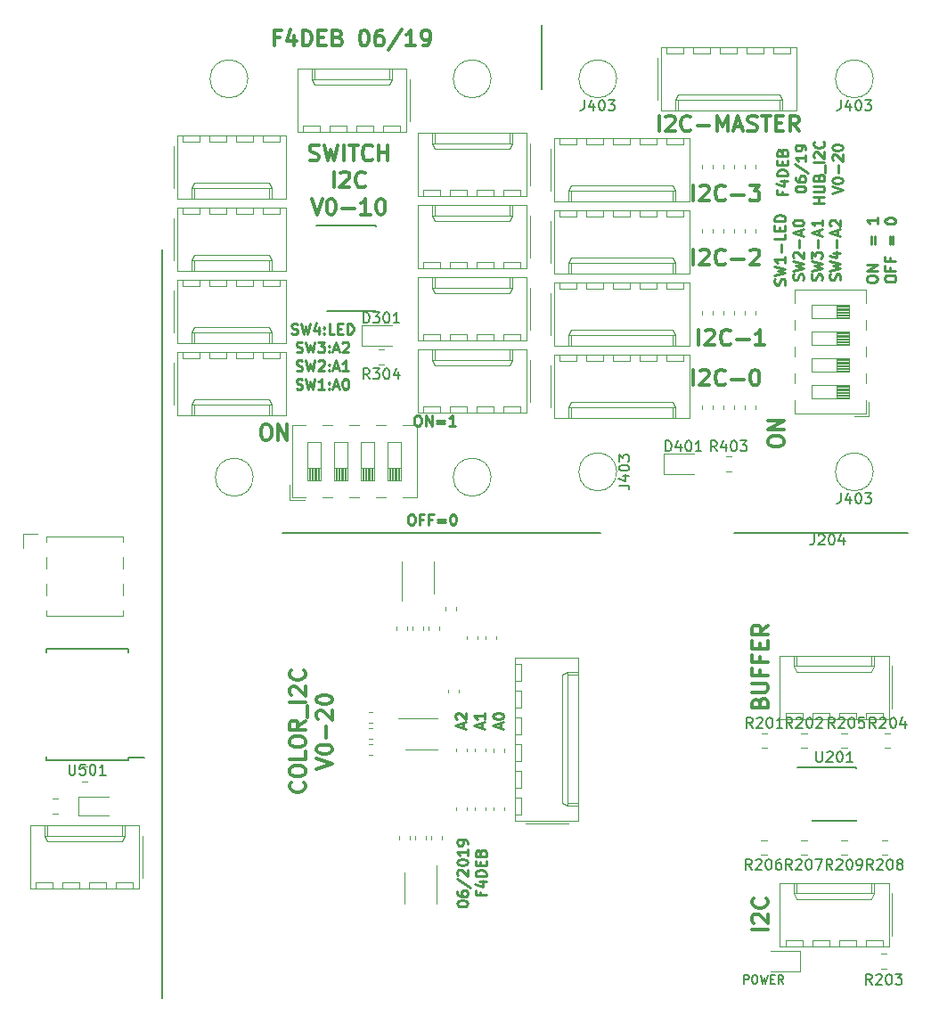
<source format=gto>
G04 #@! TF.GenerationSoftware,KiCad,Pcbnew,5.0.2+dfsg1-1~bpo9+1*
G04 #@! TF.CreationDate,2019-06-29T23:35:38+02:00*
G04 #@! TF.ProjectId,PCB_I2C,5043425f-4932-4432-9e6b-696361645f70,rev?*
G04 #@! TF.SameCoordinates,Original*
G04 #@! TF.FileFunction,Legend,Top*
G04 #@! TF.FilePolarity,Positive*
%FSLAX46Y46*%
G04 Gerber Fmt 4.6, Leading zero omitted, Abs format (unit mm)*
G04 Created by KiCad (PCBNEW 5.0.2+dfsg1-1~bpo9+1) date sam. 29 juin 2019 23:35:38 CEST*
%MOMM*%
%LPD*%
G01*
G04 APERTURE LIST*
%ADD10C,0.300000*%
%ADD11C,0.250000*%
%ADD12C,0.150000*%
%ADD13C,0.200000*%
%ADD14C,0.120000*%
G04 APERTURE END LIST*
D10*
X158690857Y-66210571D02*
X158690857Y-64710571D01*
X159333714Y-64853428D02*
X159405142Y-64782000D01*
X159548000Y-64710571D01*
X159905142Y-64710571D01*
X160048000Y-64782000D01*
X160119428Y-64853428D01*
X160190857Y-64996285D01*
X160190857Y-65139142D01*
X160119428Y-65353428D01*
X159262285Y-66210571D01*
X160190857Y-66210571D01*
X161690857Y-66067714D02*
X161619428Y-66139142D01*
X161405142Y-66210571D01*
X161262285Y-66210571D01*
X161048000Y-66139142D01*
X160905142Y-65996285D01*
X160833714Y-65853428D01*
X160762285Y-65567714D01*
X160762285Y-65353428D01*
X160833714Y-65067714D01*
X160905142Y-64924857D01*
X161048000Y-64782000D01*
X161262285Y-64710571D01*
X161405142Y-64710571D01*
X161619428Y-64782000D01*
X161690857Y-64853428D01*
X162333714Y-65639142D02*
X163476571Y-65639142D01*
X164048000Y-64710571D02*
X164976571Y-64710571D01*
X164476571Y-65282000D01*
X164690857Y-65282000D01*
X164833714Y-65353428D01*
X164905142Y-65424857D01*
X164976571Y-65567714D01*
X164976571Y-65924857D01*
X164905142Y-66067714D01*
X164833714Y-66139142D01*
X164690857Y-66210571D01*
X164262285Y-66210571D01*
X164119428Y-66139142D01*
X164048000Y-66067714D01*
X158690857Y-72306571D02*
X158690857Y-70806571D01*
X159333714Y-70949428D02*
X159405142Y-70878000D01*
X159548000Y-70806571D01*
X159905142Y-70806571D01*
X160048000Y-70878000D01*
X160119428Y-70949428D01*
X160190857Y-71092285D01*
X160190857Y-71235142D01*
X160119428Y-71449428D01*
X159262285Y-72306571D01*
X160190857Y-72306571D01*
X161690857Y-72163714D02*
X161619428Y-72235142D01*
X161405142Y-72306571D01*
X161262285Y-72306571D01*
X161048000Y-72235142D01*
X160905142Y-72092285D01*
X160833714Y-71949428D01*
X160762285Y-71663714D01*
X160762285Y-71449428D01*
X160833714Y-71163714D01*
X160905142Y-71020857D01*
X161048000Y-70878000D01*
X161262285Y-70806571D01*
X161405142Y-70806571D01*
X161619428Y-70878000D01*
X161690857Y-70949428D01*
X162333714Y-71735142D02*
X163476571Y-71735142D01*
X164119428Y-70949428D02*
X164190857Y-70878000D01*
X164333714Y-70806571D01*
X164690857Y-70806571D01*
X164833714Y-70878000D01*
X164905142Y-70949428D01*
X164976571Y-71092285D01*
X164976571Y-71235142D01*
X164905142Y-71449428D01*
X164048000Y-72306571D01*
X164976571Y-72306571D01*
X159198857Y-79926571D02*
X159198857Y-78426571D01*
X159841714Y-78569428D02*
X159913142Y-78498000D01*
X160056000Y-78426571D01*
X160413142Y-78426571D01*
X160556000Y-78498000D01*
X160627428Y-78569428D01*
X160698857Y-78712285D01*
X160698857Y-78855142D01*
X160627428Y-79069428D01*
X159770285Y-79926571D01*
X160698857Y-79926571D01*
X162198857Y-79783714D02*
X162127428Y-79855142D01*
X161913142Y-79926571D01*
X161770285Y-79926571D01*
X161556000Y-79855142D01*
X161413142Y-79712285D01*
X161341714Y-79569428D01*
X161270285Y-79283714D01*
X161270285Y-79069428D01*
X161341714Y-78783714D01*
X161413142Y-78640857D01*
X161556000Y-78498000D01*
X161770285Y-78426571D01*
X161913142Y-78426571D01*
X162127428Y-78498000D01*
X162198857Y-78569428D01*
X162841714Y-79355142D02*
X163984571Y-79355142D01*
X165484571Y-79926571D02*
X164627428Y-79926571D01*
X165056000Y-79926571D02*
X165056000Y-78426571D01*
X164913142Y-78640857D01*
X164770285Y-78783714D01*
X164627428Y-78855142D01*
X158690857Y-83736571D02*
X158690857Y-82236571D01*
X159333714Y-82379428D02*
X159405142Y-82308000D01*
X159548000Y-82236571D01*
X159905142Y-82236571D01*
X160048000Y-82308000D01*
X160119428Y-82379428D01*
X160190857Y-82522285D01*
X160190857Y-82665142D01*
X160119428Y-82879428D01*
X159262285Y-83736571D01*
X160190857Y-83736571D01*
X161690857Y-83593714D02*
X161619428Y-83665142D01*
X161405142Y-83736571D01*
X161262285Y-83736571D01*
X161048000Y-83665142D01*
X160905142Y-83522285D01*
X160833714Y-83379428D01*
X160762285Y-83093714D01*
X160762285Y-82879428D01*
X160833714Y-82593714D01*
X160905142Y-82450857D01*
X161048000Y-82308000D01*
X161262285Y-82236571D01*
X161405142Y-82236571D01*
X161619428Y-82308000D01*
X161690857Y-82379428D01*
X162333714Y-83165142D02*
X163476571Y-83165142D01*
X164476571Y-82236571D02*
X164619428Y-82236571D01*
X164762285Y-82308000D01*
X164833714Y-82379428D01*
X164905142Y-82522285D01*
X164976571Y-82808000D01*
X164976571Y-83165142D01*
X164905142Y-83450857D01*
X164833714Y-83593714D01*
X164762285Y-83665142D01*
X164619428Y-83736571D01*
X164476571Y-83736571D01*
X164333714Y-83665142D01*
X164262285Y-83593714D01*
X164190857Y-83450857D01*
X164119428Y-83165142D01*
X164119428Y-82808000D01*
X164190857Y-82522285D01*
X164262285Y-82379428D01*
X164333714Y-82308000D01*
X164476571Y-82236571D01*
X155444857Y-59606571D02*
X155444857Y-58106571D01*
X156087714Y-58249428D02*
X156159142Y-58178000D01*
X156302000Y-58106571D01*
X156659142Y-58106571D01*
X156802000Y-58178000D01*
X156873428Y-58249428D01*
X156944857Y-58392285D01*
X156944857Y-58535142D01*
X156873428Y-58749428D01*
X156016285Y-59606571D01*
X156944857Y-59606571D01*
X158444857Y-59463714D02*
X158373428Y-59535142D01*
X158159142Y-59606571D01*
X158016285Y-59606571D01*
X157802000Y-59535142D01*
X157659142Y-59392285D01*
X157587714Y-59249428D01*
X157516285Y-58963714D01*
X157516285Y-58749428D01*
X157587714Y-58463714D01*
X157659142Y-58320857D01*
X157802000Y-58178000D01*
X158016285Y-58106571D01*
X158159142Y-58106571D01*
X158373428Y-58178000D01*
X158444857Y-58249428D01*
X159087714Y-59035142D02*
X160230571Y-59035142D01*
X160944857Y-59606571D02*
X160944857Y-58106571D01*
X161444857Y-59178000D01*
X161944857Y-58106571D01*
X161944857Y-59606571D01*
X162587714Y-59178000D02*
X163302000Y-59178000D01*
X162444857Y-59606571D02*
X162944857Y-58106571D01*
X163444857Y-59606571D01*
X163873428Y-59535142D02*
X164087714Y-59606571D01*
X164444857Y-59606571D01*
X164587714Y-59535142D01*
X164659142Y-59463714D01*
X164730571Y-59320857D01*
X164730571Y-59178000D01*
X164659142Y-59035142D01*
X164587714Y-58963714D01*
X164444857Y-58892285D01*
X164159142Y-58820857D01*
X164016285Y-58749428D01*
X163944857Y-58678000D01*
X163873428Y-58535142D01*
X163873428Y-58392285D01*
X163944857Y-58249428D01*
X164016285Y-58178000D01*
X164159142Y-58106571D01*
X164516285Y-58106571D01*
X164730571Y-58178000D01*
X165159142Y-58106571D02*
X166016285Y-58106571D01*
X165587714Y-59606571D02*
X165587714Y-58106571D01*
X166516285Y-58820857D02*
X167016285Y-58820857D01*
X167230571Y-59606571D02*
X166516285Y-59606571D01*
X166516285Y-58106571D01*
X167230571Y-58106571D01*
X168730571Y-59606571D02*
X168230571Y-58892285D01*
X167873428Y-59606571D02*
X167873428Y-58106571D01*
X168444857Y-58106571D01*
X168587714Y-58178000D01*
X168659142Y-58249428D01*
X168730571Y-58392285D01*
X168730571Y-58606571D01*
X168659142Y-58749428D01*
X168587714Y-58820857D01*
X168444857Y-58892285D01*
X167873428Y-58892285D01*
D11*
X131810380Y-95972380D02*
X132000857Y-95972380D01*
X132096095Y-96020000D01*
X132191333Y-96115238D01*
X132238952Y-96305714D01*
X132238952Y-96639047D01*
X132191333Y-96829523D01*
X132096095Y-96924761D01*
X132000857Y-96972380D01*
X131810380Y-96972380D01*
X131715142Y-96924761D01*
X131619904Y-96829523D01*
X131572285Y-96639047D01*
X131572285Y-96305714D01*
X131619904Y-96115238D01*
X131715142Y-96020000D01*
X131810380Y-95972380D01*
X133000857Y-96448571D02*
X132667523Y-96448571D01*
X132667523Y-96972380D02*
X132667523Y-95972380D01*
X133143714Y-95972380D01*
X133858000Y-96448571D02*
X133524666Y-96448571D01*
X133524666Y-96972380D02*
X133524666Y-95972380D01*
X134000857Y-95972380D01*
X134381809Y-96448571D02*
X135143714Y-96448571D01*
X135143714Y-96734285D02*
X134381809Y-96734285D01*
X135810380Y-95972380D02*
X135905619Y-95972380D01*
X136000857Y-96020000D01*
X136048476Y-96067619D01*
X136096095Y-96162857D01*
X136143714Y-96353333D01*
X136143714Y-96591428D01*
X136096095Y-96781904D01*
X136048476Y-96877142D01*
X136000857Y-96924761D01*
X135905619Y-96972380D01*
X135810380Y-96972380D01*
X135715142Y-96924761D01*
X135667523Y-96877142D01*
X135619904Y-96781904D01*
X135572285Y-96591428D01*
X135572285Y-96353333D01*
X135619904Y-96162857D01*
X135667523Y-96067619D01*
X135715142Y-96020000D01*
X135810380Y-95972380D01*
X132397714Y-86574380D02*
X132588190Y-86574380D01*
X132683428Y-86622000D01*
X132778666Y-86717238D01*
X132826285Y-86907714D01*
X132826285Y-87241047D01*
X132778666Y-87431523D01*
X132683428Y-87526761D01*
X132588190Y-87574380D01*
X132397714Y-87574380D01*
X132302476Y-87526761D01*
X132207238Y-87431523D01*
X132159619Y-87241047D01*
X132159619Y-86907714D01*
X132207238Y-86717238D01*
X132302476Y-86622000D01*
X132397714Y-86574380D01*
X133254857Y-87574380D02*
X133254857Y-86574380D01*
X133826285Y-87574380D01*
X133826285Y-86574380D01*
X134302476Y-87050571D02*
X135064380Y-87050571D01*
X135064380Y-87336285D02*
X134302476Y-87336285D01*
X136064380Y-87574380D02*
X135492952Y-87574380D01*
X135778666Y-87574380D02*
X135778666Y-86574380D01*
X135683428Y-86717238D01*
X135588190Y-86812476D01*
X135492952Y-86860095D01*
X120515428Y-78805761D02*
X120658285Y-78853380D01*
X120896380Y-78853380D01*
X120991619Y-78805761D01*
X121039238Y-78758142D01*
X121086857Y-78662904D01*
X121086857Y-78567666D01*
X121039238Y-78472428D01*
X120991619Y-78424809D01*
X120896380Y-78377190D01*
X120705904Y-78329571D01*
X120610666Y-78281952D01*
X120563047Y-78234333D01*
X120515428Y-78139095D01*
X120515428Y-78043857D01*
X120563047Y-77948619D01*
X120610666Y-77901000D01*
X120705904Y-77853380D01*
X120944000Y-77853380D01*
X121086857Y-77901000D01*
X121420190Y-77853380D02*
X121658285Y-78853380D01*
X121848761Y-78139095D01*
X122039238Y-78853380D01*
X122277333Y-77853380D01*
X123086857Y-78186714D02*
X123086857Y-78853380D01*
X122848761Y-77805761D02*
X122610666Y-78520047D01*
X123229714Y-78520047D01*
X123610666Y-78758142D02*
X123658285Y-78805761D01*
X123610666Y-78853380D01*
X123563047Y-78805761D01*
X123610666Y-78758142D01*
X123610666Y-78853380D01*
X123610666Y-78234333D02*
X123658285Y-78281952D01*
X123610666Y-78329571D01*
X123563047Y-78281952D01*
X123610666Y-78234333D01*
X123610666Y-78329571D01*
X124563047Y-78853380D02*
X124086857Y-78853380D01*
X124086857Y-77853380D01*
X124896380Y-78329571D02*
X125229714Y-78329571D01*
X125372571Y-78853380D02*
X124896380Y-78853380D01*
X124896380Y-77853380D01*
X125372571Y-77853380D01*
X125801142Y-78853380D02*
X125801142Y-77853380D01*
X126039238Y-77853380D01*
X126182095Y-77901000D01*
X126277333Y-77996238D01*
X126324952Y-78091476D01*
X126372571Y-78281952D01*
X126372571Y-78424809D01*
X126324952Y-78615285D01*
X126277333Y-78710523D01*
X126182095Y-78805761D01*
X126039238Y-78853380D01*
X125801142Y-78853380D01*
X120967809Y-80555761D02*
X121110666Y-80603380D01*
X121348761Y-80603380D01*
X121444000Y-80555761D01*
X121491619Y-80508142D01*
X121539238Y-80412904D01*
X121539238Y-80317666D01*
X121491619Y-80222428D01*
X121444000Y-80174809D01*
X121348761Y-80127190D01*
X121158285Y-80079571D01*
X121063047Y-80031952D01*
X121015428Y-79984333D01*
X120967809Y-79889095D01*
X120967809Y-79793857D01*
X121015428Y-79698619D01*
X121063047Y-79651000D01*
X121158285Y-79603380D01*
X121396380Y-79603380D01*
X121539238Y-79651000D01*
X121872571Y-79603380D02*
X122110666Y-80603380D01*
X122301142Y-79889095D01*
X122491619Y-80603380D01*
X122729714Y-79603380D01*
X123015428Y-79603380D02*
X123634476Y-79603380D01*
X123301142Y-79984333D01*
X123444000Y-79984333D01*
X123539238Y-80031952D01*
X123586857Y-80079571D01*
X123634476Y-80174809D01*
X123634476Y-80412904D01*
X123586857Y-80508142D01*
X123539238Y-80555761D01*
X123444000Y-80603380D01*
X123158285Y-80603380D01*
X123063047Y-80555761D01*
X123015428Y-80508142D01*
X124063047Y-80508142D02*
X124110666Y-80555761D01*
X124063047Y-80603380D01*
X124015428Y-80555761D01*
X124063047Y-80508142D01*
X124063047Y-80603380D01*
X124063047Y-79984333D02*
X124110666Y-80031952D01*
X124063047Y-80079571D01*
X124015428Y-80031952D01*
X124063047Y-79984333D01*
X124063047Y-80079571D01*
X124491619Y-80317666D02*
X124967809Y-80317666D01*
X124396380Y-80603380D02*
X124729714Y-79603380D01*
X125063047Y-80603380D01*
X125348761Y-79698619D02*
X125396380Y-79651000D01*
X125491619Y-79603380D01*
X125729714Y-79603380D01*
X125824952Y-79651000D01*
X125872571Y-79698619D01*
X125920190Y-79793857D01*
X125920190Y-79889095D01*
X125872571Y-80031952D01*
X125301142Y-80603380D01*
X125920190Y-80603380D01*
X120967809Y-82305761D02*
X121110666Y-82353380D01*
X121348761Y-82353380D01*
X121444000Y-82305761D01*
X121491619Y-82258142D01*
X121539238Y-82162904D01*
X121539238Y-82067666D01*
X121491619Y-81972428D01*
X121444000Y-81924809D01*
X121348761Y-81877190D01*
X121158285Y-81829571D01*
X121063047Y-81781952D01*
X121015428Y-81734333D01*
X120967809Y-81639095D01*
X120967809Y-81543857D01*
X121015428Y-81448619D01*
X121063047Y-81401000D01*
X121158285Y-81353380D01*
X121396380Y-81353380D01*
X121539238Y-81401000D01*
X121872571Y-81353380D02*
X122110666Y-82353380D01*
X122301142Y-81639095D01*
X122491619Y-82353380D01*
X122729714Y-81353380D01*
X123063047Y-81448619D02*
X123110666Y-81401000D01*
X123205904Y-81353380D01*
X123444000Y-81353380D01*
X123539238Y-81401000D01*
X123586857Y-81448619D01*
X123634476Y-81543857D01*
X123634476Y-81639095D01*
X123586857Y-81781952D01*
X123015428Y-82353380D01*
X123634476Y-82353380D01*
X124063047Y-82258142D02*
X124110666Y-82305761D01*
X124063047Y-82353380D01*
X124015428Y-82305761D01*
X124063047Y-82258142D01*
X124063047Y-82353380D01*
X124063047Y-81734333D02*
X124110666Y-81781952D01*
X124063047Y-81829571D01*
X124015428Y-81781952D01*
X124063047Y-81734333D01*
X124063047Y-81829571D01*
X124491619Y-82067666D02*
X124967809Y-82067666D01*
X124396380Y-82353380D02*
X124729714Y-81353380D01*
X125063047Y-82353380D01*
X125920190Y-82353380D02*
X125348761Y-82353380D01*
X125634476Y-82353380D02*
X125634476Y-81353380D01*
X125539238Y-81496238D01*
X125444000Y-81591476D01*
X125348761Y-81639095D01*
X120967809Y-84055761D02*
X121110666Y-84103380D01*
X121348761Y-84103380D01*
X121444000Y-84055761D01*
X121491619Y-84008142D01*
X121539238Y-83912904D01*
X121539238Y-83817666D01*
X121491619Y-83722428D01*
X121444000Y-83674809D01*
X121348761Y-83627190D01*
X121158285Y-83579571D01*
X121063047Y-83531952D01*
X121015428Y-83484333D01*
X120967809Y-83389095D01*
X120967809Y-83293857D01*
X121015428Y-83198619D01*
X121063047Y-83151000D01*
X121158285Y-83103380D01*
X121396380Y-83103380D01*
X121539238Y-83151000D01*
X121872571Y-83103380D02*
X122110666Y-84103380D01*
X122301142Y-83389095D01*
X122491619Y-84103380D01*
X122729714Y-83103380D01*
X123634476Y-84103380D02*
X123063047Y-84103380D01*
X123348761Y-84103380D02*
X123348761Y-83103380D01*
X123253523Y-83246238D01*
X123158285Y-83341476D01*
X123063047Y-83389095D01*
X124063047Y-84008142D02*
X124110666Y-84055761D01*
X124063047Y-84103380D01*
X124015428Y-84055761D01*
X124063047Y-84008142D01*
X124063047Y-84103380D01*
X124063047Y-83484333D02*
X124110666Y-83531952D01*
X124063047Y-83579571D01*
X124015428Y-83531952D01*
X124063047Y-83484333D01*
X124063047Y-83579571D01*
X124491619Y-83817666D02*
X124967809Y-83817666D01*
X124396380Y-84103380D02*
X124729714Y-83103380D01*
X125063047Y-84103380D01*
X125586857Y-83103380D02*
X125682095Y-83103380D01*
X125777333Y-83151000D01*
X125824952Y-83198619D01*
X125872571Y-83293857D01*
X125920190Y-83484333D01*
X125920190Y-83722428D01*
X125872571Y-83912904D01*
X125824952Y-84008142D01*
X125777333Y-84055761D01*
X125682095Y-84103380D01*
X125586857Y-84103380D01*
X125491619Y-84055761D01*
X125444000Y-84008142D01*
X125396380Y-83912904D01*
X125348761Y-83722428D01*
X125348761Y-83484333D01*
X125396380Y-83293857D01*
X125444000Y-83198619D01*
X125491619Y-83151000D01*
X125586857Y-83103380D01*
X136818666Y-116284285D02*
X136818666Y-115808095D01*
X137104380Y-116379523D02*
X136104380Y-116046190D01*
X137104380Y-115712857D01*
X136199619Y-115427142D02*
X136152000Y-115379523D01*
X136104380Y-115284285D01*
X136104380Y-115046190D01*
X136152000Y-114950952D01*
X136199619Y-114903333D01*
X136294857Y-114855714D01*
X136390095Y-114855714D01*
X136532952Y-114903333D01*
X137104380Y-115474761D01*
X137104380Y-114855714D01*
X138596666Y-116284285D02*
X138596666Y-115808095D01*
X138882380Y-116379523D02*
X137882380Y-116046190D01*
X138882380Y-115712857D01*
X138882380Y-114855714D02*
X138882380Y-115427142D01*
X138882380Y-115141428D02*
X137882380Y-115141428D01*
X138025238Y-115236666D01*
X138120476Y-115331904D01*
X138168095Y-115427142D01*
X140374666Y-116284285D02*
X140374666Y-115808095D01*
X140660380Y-116379523D02*
X139660380Y-116046190D01*
X140660380Y-115712857D01*
X139660380Y-115189047D02*
X139660380Y-115093809D01*
X139708000Y-114998571D01*
X139755619Y-114950952D01*
X139850857Y-114903333D01*
X140041333Y-114855714D01*
X140279428Y-114855714D01*
X140469904Y-114903333D01*
X140565142Y-114950952D01*
X140612761Y-114998571D01*
X140660380Y-115093809D01*
X140660380Y-115189047D01*
X140612761Y-115284285D01*
X140565142Y-115331904D01*
X140469904Y-115379523D01*
X140279428Y-115427142D01*
X140041333Y-115427142D01*
X139850857Y-115379523D01*
X139755619Y-115331904D01*
X139708000Y-115284285D01*
X139660380Y-115189047D01*
D12*
X119634000Y-97790000D02*
X149860000Y-97790000D01*
D10*
X117943428Y-87443571D02*
X118229142Y-87443571D01*
X118372000Y-87515000D01*
X118514857Y-87657857D01*
X118586285Y-87943571D01*
X118586285Y-88443571D01*
X118514857Y-88729285D01*
X118372000Y-88872142D01*
X118229142Y-88943571D01*
X117943428Y-88943571D01*
X117800571Y-88872142D01*
X117657714Y-88729285D01*
X117586285Y-88443571D01*
X117586285Y-87943571D01*
X117657714Y-87657857D01*
X117800571Y-87515000D01*
X117943428Y-87443571D01*
X119229142Y-88943571D02*
X119229142Y-87443571D01*
X120086285Y-88943571D01*
X120086285Y-87443571D01*
X122234000Y-62319142D02*
X122448285Y-62390571D01*
X122805428Y-62390571D01*
X122948285Y-62319142D01*
X123019714Y-62247714D01*
X123091142Y-62104857D01*
X123091142Y-61962000D01*
X123019714Y-61819142D01*
X122948285Y-61747714D01*
X122805428Y-61676285D01*
X122519714Y-61604857D01*
X122376857Y-61533428D01*
X122305428Y-61462000D01*
X122234000Y-61319142D01*
X122234000Y-61176285D01*
X122305428Y-61033428D01*
X122376857Y-60962000D01*
X122519714Y-60890571D01*
X122876857Y-60890571D01*
X123091142Y-60962000D01*
X123591142Y-60890571D02*
X123948285Y-62390571D01*
X124234000Y-61319142D01*
X124519714Y-62390571D01*
X124876857Y-60890571D01*
X125448285Y-62390571D02*
X125448285Y-60890571D01*
X125948285Y-60890571D02*
X126805428Y-60890571D01*
X126376857Y-62390571D02*
X126376857Y-60890571D01*
X128162571Y-62247714D02*
X128091142Y-62319142D01*
X127876857Y-62390571D01*
X127734000Y-62390571D01*
X127519714Y-62319142D01*
X127376857Y-62176285D01*
X127305428Y-62033428D01*
X127234000Y-61747714D01*
X127234000Y-61533428D01*
X127305428Y-61247714D01*
X127376857Y-61104857D01*
X127519714Y-60962000D01*
X127734000Y-60890571D01*
X127876857Y-60890571D01*
X128091142Y-60962000D01*
X128162571Y-61033428D01*
X128805428Y-62390571D02*
X128805428Y-60890571D01*
X128805428Y-61604857D02*
X129662571Y-61604857D01*
X129662571Y-62390571D02*
X129662571Y-60890571D01*
X124519714Y-64940571D02*
X124519714Y-63440571D01*
X125162571Y-63583428D02*
X125234000Y-63512000D01*
X125376857Y-63440571D01*
X125734000Y-63440571D01*
X125876857Y-63512000D01*
X125948285Y-63583428D01*
X126019714Y-63726285D01*
X126019714Y-63869142D01*
X125948285Y-64083428D01*
X125091142Y-64940571D01*
X126019714Y-64940571D01*
X127519714Y-64797714D02*
X127448285Y-64869142D01*
X127234000Y-64940571D01*
X127091142Y-64940571D01*
X126876857Y-64869142D01*
X126734000Y-64726285D01*
X126662571Y-64583428D01*
X126591142Y-64297714D01*
X126591142Y-64083428D01*
X126662571Y-63797714D01*
X126734000Y-63654857D01*
X126876857Y-63512000D01*
X127091142Y-63440571D01*
X127234000Y-63440571D01*
X127448285Y-63512000D01*
X127519714Y-63583428D01*
X122412571Y-65990571D02*
X122912571Y-67490571D01*
X123412571Y-65990571D01*
X124198285Y-65990571D02*
X124341142Y-65990571D01*
X124484000Y-66062000D01*
X124555428Y-66133428D01*
X124626857Y-66276285D01*
X124698285Y-66562000D01*
X124698285Y-66919142D01*
X124626857Y-67204857D01*
X124555428Y-67347714D01*
X124484000Y-67419142D01*
X124341142Y-67490571D01*
X124198285Y-67490571D01*
X124055428Y-67419142D01*
X123984000Y-67347714D01*
X123912571Y-67204857D01*
X123841142Y-66919142D01*
X123841142Y-66562000D01*
X123912571Y-66276285D01*
X123984000Y-66133428D01*
X124055428Y-66062000D01*
X124198285Y-65990571D01*
X125341142Y-66919142D02*
X126484000Y-66919142D01*
X127984000Y-67490571D02*
X127126857Y-67490571D01*
X127555428Y-67490571D02*
X127555428Y-65990571D01*
X127412571Y-66204857D01*
X127269714Y-66347714D01*
X127126857Y-66419142D01*
X128912571Y-65990571D02*
X129055428Y-65990571D01*
X129198285Y-66062000D01*
X129269714Y-66133428D01*
X129341142Y-66276285D01*
X129412571Y-66562000D01*
X129412571Y-66919142D01*
X129341142Y-67204857D01*
X129269714Y-67347714D01*
X129198285Y-67419142D01*
X129055428Y-67490571D01*
X128912571Y-67490571D01*
X128769714Y-67419142D01*
X128698285Y-67347714D01*
X128626857Y-67204857D01*
X128555428Y-66919142D01*
X128555428Y-66562000D01*
X128626857Y-66276285D01*
X128698285Y-66133428D01*
X128769714Y-66062000D01*
X128912571Y-65990571D01*
X119345142Y-50692857D02*
X118845142Y-50692857D01*
X118845142Y-51478571D02*
X118845142Y-49978571D01*
X119559428Y-49978571D01*
X120773714Y-50478571D02*
X120773714Y-51478571D01*
X120416571Y-49907142D02*
X120059428Y-50978571D01*
X120988000Y-50978571D01*
X121559428Y-51478571D02*
X121559428Y-49978571D01*
X121916571Y-49978571D01*
X122130857Y-50050000D01*
X122273714Y-50192857D01*
X122345142Y-50335714D01*
X122416571Y-50621428D01*
X122416571Y-50835714D01*
X122345142Y-51121428D01*
X122273714Y-51264285D01*
X122130857Y-51407142D01*
X121916571Y-51478571D01*
X121559428Y-51478571D01*
X123059428Y-50692857D02*
X123559428Y-50692857D01*
X123773714Y-51478571D02*
X123059428Y-51478571D01*
X123059428Y-49978571D01*
X123773714Y-49978571D01*
X124916571Y-50692857D02*
X125130857Y-50764285D01*
X125202285Y-50835714D01*
X125273714Y-50978571D01*
X125273714Y-51192857D01*
X125202285Y-51335714D01*
X125130857Y-51407142D01*
X124988000Y-51478571D01*
X124416571Y-51478571D01*
X124416571Y-49978571D01*
X124916571Y-49978571D01*
X125059428Y-50050000D01*
X125130857Y-50121428D01*
X125202285Y-50264285D01*
X125202285Y-50407142D01*
X125130857Y-50550000D01*
X125059428Y-50621428D01*
X124916571Y-50692857D01*
X124416571Y-50692857D01*
X127345142Y-49978571D02*
X127488000Y-49978571D01*
X127630857Y-50050000D01*
X127702285Y-50121428D01*
X127773714Y-50264285D01*
X127845142Y-50550000D01*
X127845142Y-50907142D01*
X127773714Y-51192857D01*
X127702285Y-51335714D01*
X127630857Y-51407142D01*
X127488000Y-51478571D01*
X127345142Y-51478571D01*
X127202285Y-51407142D01*
X127130857Y-51335714D01*
X127059428Y-51192857D01*
X126988000Y-50907142D01*
X126988000Y-50550000D01*
X127059428Y-50264285D01*
X127130857Y-50121428D01*
X127202285Y-50050000D01*
X127345142Y-49978571D01*
X129130857Y-49978571D02*
X128845142Y-49978571D01*
X128702285Y-50050000D01*
X128630857Y-50121428D01*
X128488000Y-50335714D01*
X128416571Y-50621428D01*
X128416571Y-51192857D01*
X128488000Y-51335714D01*
X128559428Y-51407142D01*
X128702285Y-51478571D01*
X128988000Y-51478571D01*
X129130857Y-51407142D01*
X129202285Y-51335714D01*
X129273714Y-51192857D01*
X129273714Y-50835714D01*
X129202285Y-50692857D01*
X129130857Y-50621428D01*
X128988000Y-50550000D01*
X128702285Y-50550000D01*
X128559428Y-50621428D01*
X128488000Y-50692857D01*
X128416571Y-50835714D01*
X130988000Y-49907142D02*
X129702285Y-51835714D01*
X132273714Y-51478571D02*
X131416571Y-51478571D01*
X131845142Y-51478571D02*
X131845142Y-49978571D01*
X131702285Y-50192857D01*
X131559428Y-50335714D01*
X131416571Y-50407142D01*
X132988000Y-51478571D02*
X133273714Y-51478571D01*
X133416571Y-51407142D01*
X133488000Y-51335714D01*
X133630857Y-51121428D01*
X133702285Y-50835714D01*
X133702285Y-50264285D01*
X133630857Y-50121428D01*
X133559428Y-50050000D01*
X133416571Y-49978571D01*
X133130857Y-49978571D01*
X132988000Y-50050000D01*
X132916571Y-50121428D01*
X132845142Y-50264285D01*
X132845142Y-50621428D01*
X132916571Y-50764285D01*
X132988000Y-50835714D01*
X133130857Y-50907142D01*
X133416571Y-50907142D01*
X133559428Y-50835714D01*
X133630857Y-50764285D01*
X133702285Y-50621428D01*
X121688714Y-121443142D02*
X121760142Y-121514571D01*
X121831571Y-121728857D01*
X121831571Y-121871714D01*
X121760142Y-122086000D01*
X121617285Y-122228857D01*
X121474428Y-122300285D01*
X121188714Y-122371714D01*
X120974428Y-122371714D01*
X120688714Y-122300285D01*
X120545857Y-122228857D01*
X120403000Y-122086000D01*
X120331571Y-121871714D01*
X120331571Y-121728857D01*
X120403000Y-121514571D01*
X120474428Y-121443142D01*
X120331571Y-120514571D02*
X120331571Y-120228857D01*
X120403000Y-120086000D01*
X120545857Y-119943142D01*
X120831571Y-119871714D01*
X121331571Y-119871714D01*
X121617285Y-119943142D01*
X121760142Y-120086000D01*
X121831571Y-120228857D01*
X121831571Y-120514571D01*
X121760142Y-120657428D01*
X121617285Y-120800285D01*
X121331571Y-120871714D01*
X120831571Y-120871714D01*
X120545857Y-120800285D01*
X120403000Y-120657428D01*
X120331571Y-120514571D01*
X121831571Y-118514571D02*
X121831571Y-119228857D01*
X120331571Y-119228857D01*
X120331571Y-117728857D02*
X120331571Y-117443142D01*
X120403000Y-117300285D01*
X120545857Y-117157428D01*
X120831571Y-117086000D01*
X121331571Y-117086000D01*
X121617285Y-117157428D01*
X121760142Y-117300285D01*
X121831571Y-117443142D01*
X121831571Y-117728857D01*
X121760142Y-117871714D01*
X121617285Y-118014571D01*
X121331571Y-118086000D01*
X120831571Y-118086000D01*
X120545857Y-118014571D01*
X120403000Y-117871714D01*
X120331571Y-117728857D01*
X121831571Y-115586000D02*
X121117285Y-116086000D01*
X121831571Y-116443142D02*
X120331571Y-116443142D01*
X120331571Y-115871714D01*
X120403000Y-115728857D01*
X120474428Y-115657428D01*
X120617285Y-115586000D01*
X120831571Y-115586000D01*
X120974428Y-115657428D01*
X121045857Y-115728857D01*
X121117285Y-115871714D01*
X121117285Y-116443142D01*
X121974428Y-115300285D02*
X121974428Y-114157428D01*
X121831571Y-113800285D02*
X120331571Y-113800285D01*
X120474428Y-113157428D02*
X120403000Y-113086000D01*
X120331571Y-112943142D01*
X120331571Y-112586000D01*
X120403000Y-112443142D01*
X120474428Y-112371714D01*
X120617285Y-112300285D01*
X120760142Y-112300285D01*
X120974428Y-112371714D01*
X121831571Y-113228857D01*
X121831571Y-112300285D01*
X121688714Y-110800285D02*
X121760142Y-110871714D01*
X121831571Y-111086000D01*
X121831571Y-111228857D01*
X121760142Y-111443142D01*
X121617285Y-111586000D01*
X121474428Y-111657428D01*
X121188714Y-111728857D01*
X120974428Y-111728857D01*
X120688714Y-111657428D01*
X120545857Y-111586000D01*
X120403000Y-111443142D01*
X120331571Y-111228857D01*
X120331571Y-111086000D01*
X120403000Y-110871714D01*
X120474428Y-110800285D01*
X122881571Y-120157428D02*
X124381571Y-119657428D01*
X122881571Y-119157428D01*
X122881571Y-118371714D02*
X122881571Y-118228857D01*
X122953000Y-118086000D01*
X123024428Y-118014571D01*
X123167285Y-117943142D01*
X123453000Y-117871714D01*
X123810142Y-117871714D01*
X124095857Y-117943142D01*
X124238714Y-118014571D01*
X124310142Y-118086000D01*
X124381571Y-118228857D01*
X124381571Y-118371714D01*
X124310142Y-118514571D01*
X124238714Y-118586000D01*
X124095857Y-118657428D01*
X123810142Y-118728857D01*
X123453000Y-118728857D01*
X123167285Y-118657428D01*
X123024428Y-118586000D01*
X122953000Y-118514571D01*
X122881571Y-118371714D01*
X123810142Y-117228857D02*
X123810142Y-116086000D01*
X123024428Y-115443142D02*
X122953000Y-115371714D01*
X122881571Y-115228857D01*
X122881571Y-114871714D01*
X122953000Y-114728857D01*
X123024428Y-114657428D01*
X123167285Y-114586000D01*
X123310142Y-114586000D01*
X123524428Y-114657428D01*
X124381571Y-115514571D01*
X124381571Y-114586000D01*
X122881571Y-113657428D02*
X122881571Y-113514571D01*
X122953000Y-113371714D01*
X123024428Y-113300285D01*
X123167285Y-113228857D01*
X123453000Y-113157428D01*
X123810142Y-113157428D01*
X124095857Y-113228857D01*
X124238714Y-113300285D01*
X124310142Y-113371714D01*
X124381571Y-113514571D01*
X124381571Y-113657428D01*
X124310142Y-113800285D01*
X124238714Y-113871714D01*
X124095857Y-113943142D01*
X123810142Y-114014571D01*
X123453000Y-114014571D01*
X123167285Y-113943142D01*
X123024428Y-113871714D01*
X122953000Y-113800285D01*
X122881571Y-113657428D01*
D11*
X136245380Y-133000380D02*
X136245380Y-132905142D01*
X136293000Y-132809904D01*
X136340619Y-132762285D01*
X136435857Y-132714666D01*
X136626333Y-132667047D01*
X136864428Y-132667047D01*
X137054904Y-132714666D01*
X137150142Y-132762285D01*
X137197761Y-132809904D01*
X137245380Y-132905142D01*
X137245380Y-133000380D01*
X137197761Y-133095619D01*
X137150142Y-133143238D01*
X137054904Y-133190857D01*
X136864428Y-133238476D01*
X136626333Y-133238476D01*
X136435857Y-133190857D01*
X136340619Y-133143238D01*
X136293000Y-133095619D01*
X136245380Y-133000380D01*
X136245380Y-131809904D02*
X136245380Y-132000380D01*
X136293000Y-132095619D01*
X136340619Y-132143238D01*
X136483476Y-132238476D01*
X136673952Y-132286095D01*
X137054904Y-132286095D01*
X137150142Y-132238476D01*
X137197761Y-132190857D01*
X137245380Y-132095619D01*
X137245380Y-131905142D01*
X137197761Y-131809904D01*
X137150142Y-131762285D01*
X137054904Y-131714666D01*
X136816809Y-131714666D01*
X136721571Y-131762285D01*
X136673952Y-131809904D01*
X136626333Y-131905142D01*
X136626333Y-132095619D01*
X136673952Y-132190857D01*
X136721571Y-132238476D01*
X136816809Y-132286095D01*
X136197761Y-130571809D02*
X137483476Y-131428952D01*
X136340619Y-130286095D02*
X136293000Y-130238476D01*
X136245380Y-130143238D01*
X136245380Y-129905142D01*
X136293000Y-129809904D01*
X136340619Y-129762285D01*
X136435857Y-129714666D01*
X136531095Y-129714666D01*
X136673952Y-129762285D01*
X137245380Y-130333714D01*
X137245380Y-129714666D01*
X136245380Y-129095619D02*
X136245380Y-129000380D01*
X136293000Y-128905142D01*
X136340619Y-128857523D01*
X136435857Y-128809904D01*
X136626333Y-128762285D01*
X136864428Y-128762285D01*
X137054904Y-128809904D01*
X137150142Y-128857523D01*
X137197761Y-128905142D01*
X137245380Y-129000380D01*
X137245380Y-129095619D01*
X137197761Y-129190857D01*
X137150142Y-129238476D01*
X137054904Y-129286095D01*
X136864428Y-129333714D01*
X136626333Y-129333714D01*
X136435857Y-129286095D01*
X136340619Y-129238476D01*
X136293000Y-129190857D01*
X136245380Y-129095619D01*
X137245380Y-127809904D02*
X137245380Y-128381333D01*
X137245380Y-128095619D02*
X136245380Y-128095619D01*
X136388238Y-128190857D01*
X136483476Y-128286095D01*
X136531095Y-128381333D01*
X137245380Y-127333714D02*
X137245380Y-127143238D01*
X137197761Y-127048000D01*
X137150142Y-127000380D01*
X137007285Y-126905142D01*
X136816809Y-126857523D01*
X136435857Y-126857523D01*
X136340619Y-126905142D01*
X136293000Y-126952761D01*
X136245380Y-127048000D01*
X136245380Y-127238476D01*
X136293000Y-127333714D01*
X136340619Y-127381333D01*
X136435857Y-127428952D01*
X136673952Y-127428952D01*
X136769190Y-127381333D01*
X136816809Y-127333714D01*
X136864428Y-127238476D01*
X136864428Y-127048000D01*
X136816809Y-126952761D01*
X136769190Y-126905142D01*
X136673952Y-126857523D01*
X138471571Y-131833714D02*
X138471571Y-132167047D01*
X138995380Y-132167047D02*
X137995380Y-132167047D01*
X137995380Y-131690857D01*
X138328714Y-130881333D02*
X138995380Y-130881333D01*
X137947761Y-131119428D02*
X138662047Y-131357523D01*
X138662047Y-130738476D01*
X138995380Y-130357523D02*
X137995380Y-130357523D01*
X137995380Y-130119428D01*
X138043000Y-129976571D01*
X138138238Y-129881333D01*
X138233476Y-129833714D01*
X138423952Y-129786095D01*
X138566809Y-129786095D01*
X138757285Y-129833714D01*
X138852523Y-129881333D01*
X138947761Y-129976571D01*
X138995380Y-130119428D01*
X138995380Y-130357523D01*
X138471571Y-129357523D02*
X138471571Y-129024190D01*
X138995380Y-128881333D02*
X138995380Y-129357523D01*
X137995380Y-129357523D01*
X137995380Y-128881333D01*
X138471571Y-128119428D02*
X138519190Y-127976571D01*
X138566809Y-127928952D01*
X138662047Y-127881333D01*
X138804904Y-127881333D01*
X138900142Y-127928952D01*
X138947761Y-127976571D01*
X138995380Y-128071809D01*
X138995380Y-128452761D01*
X137995380Y-128452761D01*
X137995380Y-128119428D01*
X138043000Y-128024190D01*
X138090619Y-127976571D01*
X138185857Y-127928952D01*
X138281095Y-127928952D01*
X138376333Y-127976571D01*
X138423952Y-128024190D01*
X138471571Y-128119428D01*
X138471571Y-128452761D01*
D13*
X108204000Y-70866000D02*
X108204000Y-71628000D01*
X108204000Y-71628000D02*
X108204000Y-141986000D01*
D11*
X167366761Y-74175523D02*
X167414380Y-74032666D01*
X167414380Y-73794571D01*
X167366761Y-73699333D01*
X167319142Y-73651714D01*
X167223904Y-73604095D01*
X167128666Y-73604095D01*
X167033428Y-73651714D01*
X166985809Y-73699333D01*
X166938190Y-73794571D01*
X166890571Y-73985047D01*
X166842952Y-74080285D01*
X166795333Y-74127904D01*
X166700095Y-74175523D01*
X166604857Y-74175523D01*
X166509619Y-74127904D01*
X166462000Y-74080285D01*
X166414380Y-73985047D01*
X166414380Y-73746952D01*
X166462000Y-73604095D01*
X166414380Y-73270761D02*
X167414380Y-73032666D01*
X166700095Y-72842190D01*
X167414380Y-72651714D01*
X166414380Y-72413619D01*
X167414380Y-71508857D02*
X167414380Y-72080285D01*
X167414380Y-71794571D02*
X166414380Y-71794571D01*
X166557238Y-71889809D01*
X166652476Y-71985047D01*
X166700095Y-72080285D01*
X167033428Y-71080285D02*
X167033428Y-70318380D01*
X167414380Y-69366000D02*
X167414380Y-69842190D01*
X166414380Y-69842190D01*
X166890571Y-69032666D02*
X166890571Y-68699333D01*
X167414380Y-68556476D02*
X167414380Y-69032666D01*
X166414380Y-69032666D01*
X166414380Y-68556476D01*
X167414380Y-68127904D02*
X166414380Y-68127904D01*
X166414380Y-67889809D01*
X166462000Y-67746952D01*
X166557238Y-67651714D01*
X166652476Y-67604095D01*
X166842952Y-67556476D01*
X166985809Y-67556476D01*
X167176285Y-67604095D01*
X167271523Y-67651714D01*
X167366761Y-67746952D01*
X167414380Y-67889809D01*
X167414380Y-68127904D01*
X169116761Y-73723142D02*
X169164380Y-73580285D01*
X169164380Y-73342190D01*
X169116761Y-73246952D01*
X169069142Y-73199333D01*
X168973904Y-73151714D01*
X168878666Y-73151714D01*
X168783428Y-73199333D01*
X168735809Y-73246952D01*
X168688190Y-73342190D01*
X168640571Y-73532666D01*
X168592952Y-73627904D01*
X168545333Y-73675523D01*
X168450095Y-73723142D01*
X168354857Y-73723142D01*
X168259619Y-73675523D01*
X168212000Y-73627904D01*
X168164380Y-73532666D01*
X168164380Y-73294571D01*
X168212000Y-73151714D01*
X168164380Y-72818380D02*
X169164380Y-72580285D01*
X168450095Y-72389809D01*
X169164380Y-72199333D01*
X168164380Y-71961238D01*
X168259619Y-71627904D02*
X168212000Y-71580285D01*
X168164380Y-71485047D01*
X168164380Y-71246952D01*
X168212000Y-71151714D01*
X168259619Y-71104095D01*
X168354857Y-71056476D01*
X168450095Y-71056476D01*
X168592952Y-71104095D01*
X169164380Y-71675523D01*
X169164380Y-71056476D01*
X168783428Y-70627904D02*
X168783428Y-69866000D01*
X168878666Y-69437428D02*
X168878666Y-68961238D01*
X169164380Y-69532666D02*
X168164380Y-69199333D01*
X169164380Y-68866000D01*
X168164380Y-68342190D02*
X168164380Y-68246952D01*
X168212000Y-68151714D01*
X168259619Y-68104095D01*
X168354857Y-68056476D01*
X168545333Y-68008857D01*
X168783428Y-68008857D01*
X168973904Y-68056476D01*
X169069142Y-68104095D01*
X169116761Y-68151714D01*
X169164380Y-68246952D01*
X169164380Y-68342190D01*
X169116761Y-68437428D01*
X169069142Y-68485047D01*
X168973904Y-68532666D01*
X168783428Y-68580285D01*
X168545333Y-68580285D01*
X168354857Y-68532666D01*
X168259619Y-68485047D01*
X168212000Y-68437428D01*
X168164380Y-68342190D01*
X170866761Y-73723142D02*
X170914380Y-73580285D01*
X170914380Y-73342190D01*
X170866761Y-73246952D01*
X170819142Y-73199333D01*
X170723904Y-73151714D01*
X170628666Y-73151714D01*
X170533428Y-73199333D01*
X170485809Y-73246952D01*
X170438190Y-73342190D01*
X170390571Y-73532666D01*
X170342952Y-73627904D01*
X170295333Y-73675523D01*
X170200095Y-73723142D01*
X170104857Y-73723142D01*
X170009619Y-73675523D01*
X169962000Y-73627904D01*
X169914380Y-73532666D01*
X169914380Y-73294571D01*
X169962000Y-73151714D01*
X169914380Y-72818380D02*
X170914380Y-72580285D01*
X170200095Y-72389809D01*
X170914380Y-72199333D01*
X169914380Y-71961238D01*
X169914380Y-71675523D02*
X169914380Y-71056476D01*
X170295333Y-71389809D01*
X170295333Y-71246952D01*
X170342952Y-71151714D01*
X170390571Y-71104095D01*
X170485809Y-71056476D01*
X170723904Y-71056476D01*
X170819142Y-71104095D01*
X170866761Y-71151714D01*
X170914380Y-71246952D01*
X170914380Y-71532666D01*
X170866761Y-71627904D01*
X170819142Y-71675523D01*
X170533428Y-70627904D02*
X170533428Y-69866000D01*
X170628666Y-69437428D02*
X170628666Y-68961238D01*
X170914380Y-69532666D02*
X169914380Y-69199333D01*
X170914380Y-68866000D01*
X170914380Y-68008857D02*
X170914380Y-68580285D01*
X170914380Y-68294571D02*
X169914380Y-68294571D01*
X170057238Y-68389809D01*
X170152476Y-68485047D01*
X170200095Y-68580285D01*
X172616761Y-73723142D02*
X172664380Y-73580285D01*
X172664380Y-73342190D01*
X172616761Y-73246952D01*
X172569142Y-73199333D01*
X172473904Y-73151714D01*
X172378666Y-73151714D01*
X172283428Y-73199333D01*
X172235809Y-73246952D01*
X172188190Y-73342190D01*
X172140571Y-73532666D01*
X172092952Y-73627904D01*
X172045333Y-73675523D01*
X171950095Y-73723142D01*
X171854857Y-73723142D01*
X171759619Y-73675523D01*
X171712000Y-73627904D01*
X171664380Y-73532666D01*
X171664380Y-73294571D01*
X171712000Y-73151714D01*
X171664380Y-72818380D02*
X172664380Y-72580285D01*
X171950095Y-72389809D01*
X172664380Y-72199333D01*
X171664380Y-71961238D01*
X171997714Y-71151714D02*
X172664380Y-71151714D01*
X171616761Y-71389809D02*
X172331047Y-71627904D01*
X172331047Y-71008857D01*
X172283428Y-70627904D02*
X172283428Y-69866000D01*
X172378666Y-69437428D02*
X172378666Y-68961238D01*
X172664380Y-69532666D02*
X171664380Y-69199333D01*
X172664380Y-68866000D01*
X171759619Y-68580285D02*
X171712000Y-68532666D01*
X171664380Y-68437428D01*
X171664380Y-68199333D01*
X171712000Y-68104095D01*
X171759619Y-68056476D01*
X171854857Y-68008857D01*
X171950095Y-68008857D01*
X172092952Y-68056476D01*
X172664380Y-68627904D01*
X172664380Y-68008857D01*
X175164380Y-73723142D02*
X175164380Y-73532666D01*
X175212000Y-73437428D01*
X175307238Y-73342190D01*
X175497714Y-73294571D01*
X175831047Y-73294571D01*
X176021523Y-73342190D01*
X176116761Y-73437428D01*
X176164380Y-73532666D01*
X176164380Y-73723142D01*
X176116761Y-73818380D01*
X176021523Y-73913619D01*
X175831047Y-73961238D01*
X175497714Y-73961238D01*
X175307238Y-73913619D01*
X175212000Y-73818380D01*
X175164380Y-73723142D01*
X176164380Y-72866000D02*
X175164380Y-72866000D01*
X176164380Y-72294571D01*
X175164380Y-72294571D01*
X175640571Y-70294571D02*
X175640571Y-69532666D01*
X175926285Y-69532666D02*
X175926285Y-70294571D01*
X176164380Y-67770761D02*
X176164380Y-68342190D01*
X176164380Y-68056476D02*
X175164380Y-68056476D01*
X175307238Y-68151714D01*
X175402476Y-68246952D01*
X175450095Y-68342190D01*
X176914380Y-73675523D02*
X176914380Y-73485047D01*
X176962000Y-73389809D01*
X177057238Y-73294571D01*
X177247714Y-73246952D01*
X177581047Y-73246952D01*
X177771523Y-73294571D01*
X177866761Y-73389809D01*
X177914380Y-73485047D01*
X177914380Y-73675523D01*
X177866761Y-73770761D01*
X177771523Y-73866000D01*
X177581047Y-73913619D01*
X177247714Y-73913619D01*
X177057238Y-73866000D01*
X176962000Y-73770761D01*
X176914380Y-73675523D01*
X177390571Y-72485047D02*
X177390571Y-72818380D01*
X177914380Y-72818380D02*
X176914380Y-72818380D01*
X176914380Y-72342190D01*
X177390571Y-71627904D02*
X177390571Y-71961238D01*
X177914380Y-71961238D02*
X176914380Y-71961238D01*
X176914380Y-71485047D01*
X177390571Y-70342190D02*
X177390571Y-69580285D01*
X177676285Y-69580285D02*
X177676285Y-70342190D01*
X176914380Y-68151714D02*
X176914380Y-68056476D01*
X176962000Y-67961238D01*
X177009619Y-67913619D01*
X177104857Y-67866000D01*
X177295333Y-67818380D01*
X177533428Y-67818380D01*
X177723904Y-67866000D01*
X177819142Y-67913619D01*
X177866761Y-67961238D01*
X177914380Y-68056476D01*
X177914380Y-68151714D01*
X177866761Y-68246952D01*
X177819142Y-68294571D01*
X177723904Y-68342190D01*
X177533428Y-68389809D01*
X177295333Y-68389809D01*
X177104857Y-68342190D01*
X177009619Y-68294571D01*
X176962000Y-68246952D01*
X176914380Y-68151714D01*
D10*
X165802571Y-89193571D02*
X165802571Y-88907857D01*
X165874000Y-88765000D01*
X166016857Y-88622142D01*
X166302571Y-88550714D01*
X166802571Y-88550714D01*
X167088285Y-88622142D01*
X167231142Y-88765000D01*
X167302571Y-88907857D01*
X167302571Y-89193571D01*
X167231142Y-89336428D01*
X167088285Y-89479285D01*
X166802571Y-89550714D01*
X166302571Y-89550714D01*
X166016857Y-89479285D01*
X165874000Y-89336428D01*
X165802571Y-89193571D01*
X167302571Y-87907857D02*
X165802571Y-87907857D01*
X167302571Y-87050714D01*
X165802571Y-87050714D01*
D11*
X167102571Y-65285666D02*
X167102571Y-65619000D01*
X167626380Y-65619000D02*
X166626380Y-65619000D01*
X166626380Y-65142809D01*
X166959714Y-64333285D02*
X167626380Y-64333285D01*
X166578761Y-64571380D02*
X167293047Y-64809476D01*
X167293047Y-64190428D01*
X167626380Y-63809476D02*
X166626380Y-63809476D01*
X166626380Y-63571380D01*
X166674000Y-63428523D01*
X166769238Y-63333285D01*
X166864476Y-63285666D01*
X167054952Y-63238047D01*
X167197809Y-63238047D01*
X167388285Y-63285666D01*
X167483523Y-63333285D01*
X167578761Y-63428523D01*
X167626380Y-63571380D01*
X167626380Y-63809476D01*
X167102571Y-62809476D02*
X167102571Y-62476142D01*
X167626380Y-62333285D02*
X167626380Y-62809476D01*
X166626380Y-62809476D01*
X166626380Y-62333285D01*
X167102571Y-61571380D02*
X167150190Y-61428523D01*
X167197809Y-61380904D01*
X167293047Y-61333285D01*
X167435904Y-61333285D01*
X167531142Y-61380904D01*
X167578761Y-61428523D01*
X167626380Y-61523761D01*
X167626380Y-61904714D01*
X166626380Y-61904714D01*
X166626380Y-61571380D01*
X166674000Y-61476142D01*
X166721619Y-61428523D01*
X166816857Y-61380904D01*
X166912095Y-61380904D01*
X167007333Y-61428523D01*
X167054952Y-61476142D01*
X167102571Y-61571380D01*
X167102571Y-61904714D01*
X168376380Y-65119000D02*
X168376380Y-65023761D01*
X168424000Y-64928523D01*
X168471619Y-64880904D01*
X168566857Y-64833285D01*
X168757333Y-64785666D01*
X168995428Y-64785666D01*
X169185904Y-64833285D01*
X169281142Y-64880904D01*
X169328761Y-64928523D01*
X169376380Y-65023761D01*
X169376380Y-65119000D01*
X169328761Y-65214238D01*
X169281142Y-65261857D01*
X169185904Y-65309476D01*
X168995428Y-65357095D01*
X168757333Y-65357095D01*
X168566857Y-65309476D01*
X168471619Y-65261857D01*
X168424000Y-65214238D01*
X168376380Y-65119000D01*
X168376380Y-63928523D02*
X168376380Y-64119000D01*
X168424000Y-64214238D01*
X168471619Y-64261857D01*
X168614476Y-64357095D01*
X168804952Y-64404714D01*
X169185904Y-64404714D01*
X169281142Y-64357095D01*
X169328761Y-64309476D01*
X169376380Y-64214238D01*
X169376380Y-64023761D01*
X169328761Y-63928523D01*
X169281142Y-63880904D01*
X169185904Y-63833285D01*
X168947809Y-63833285D01*
X168852571Y-63880904D01*
X168804952Y-63928523D01*
X168757333Y-64023761D01*
X168757333Y-64214238D01*
X168804952Y-64309476D01*
X168852571Y-64357095D01*
X168947809Y-64404714D01*
X168328761Y-62690428D02*
X169614476Y-63547571D01*
X169376380Y-61833285D02*
X169376380Y-62404714D01*
X169376380Y-62119000D02*
X168376380Y-62119000D01*
X168519238Y-62214238D01*
X168614476Y-62309476D01*
X168662095Y-62404714D01*
X169376380Y-61357095D02*
X169376380Y-61166619D01*
X169328761Y-61071380D01*
X169281142Y-61023761D01*
X169138285Y-60928523D01*
X168947809Y-60880904D01*
X168566857Y-60880904D01*
X168471619Y-60928523D01*
X168424000Y-60976142D01*
X168376380Y-61071380D01*
X168376380Y-61261857D01*
X168424000Y-61357095D01*
X168471619Y-61404714D01*
X168566857Y-61452333D01*
X168804952Y-61452333D01*
X168900190Y-61404714D01*
X168947809Y-61357095D01*
X168995428Y-61261857D01*
X168995428Y-61071380D01*
X168947809Y-60976142D01*
X168900190Y-60928523D01*
X168804952Y-60880904D01*
X171126380Y-66404714D02*
X170126380Y-66404714D01*
X170602571Y-66404714D02*
X170602571Y-65833285D01*
X171126380Y-65833285D02*
X170126380Y-65833285D01*
X170126380Y-65357095D02*
X170935904Y-65357095D01*
X171031142Y-65309476D01*
X171078761Y-65261857D01*
X171126380Y-65166619D01*
X171126380Y-64976142D01*
X171078761Y-64880904D01*
X171031142Y-64833285D01*
X170935904Y-64785666D01*
X170126380Y-64785666D01*
X170602571Y-63976142D02*
X170650190Y-63833285D01*
X170697809Y-63785666D01*
X170793047Y-63738047D01*
X170935904Y-63738047D01*
X171031142Y-63785666D01*
X171078761Y-63833285D01*
X171126380Y-63928523D01*
X171126380Y-64309476D01*
X170126380Y-64309476D01*
X170126380Y-63976142D01*
X170174000Y-63880904D01*
X170221619Y-63833285D01*
X170316857Y-63785666D01*
X170412095Y-63785666D01*
X170507333Y-63833285D01*
X170554952Y-63880904D01*
X170602571Y-63976142D01*
X170602571Y-64309476D01*
X171221619Y-63547571D02*
X171221619Y-62785666D01*
X171126380Y-62547571D02*
X170126380Y-62547571D01*
X170221619Y-62119000D02*
X170174000Y-62071380D01*
X170126380Y-61976142D01*
X170126380Y-61738047D01*
X170174000Y-61642809D01*
X170221619Y-61595190D01*
X170316857Y-61547571D01*
X170412095Y-61547571D01*
X170554952Y-61595190D01*
X171126380Y-62166619D01*
X171126380Y-61547571D01*
X171031142Y-60547571D02*
X171078761Y-60595190D01*
X171126380Y-60738047D01*
X171126380Y-60833285D01*
X171078761Y-60976142D01*
X170983523Y-61071380D01*
X170888285Y-61119000D01*
X170697809Y-61166619D01*
X170554952Y-61166619D01*
X170364476Y-61119000D01*
X170269238Y-61071380D01*
X170174000Y-60976142D01*
X170126380Y-60833285D01*
X170126380Y-60738047D01*
X170174000Y-60595190D01*
X170221619Y-60547571D01*
X171876380Y-65499952D02*
X172876380Y-65166619D01*
X171876380Y-64833285D01*
X171876380Y-64309476D02*
X171876380Y-64214238D01*
X171924000Y-64119000D01*
X171971619Y-64071380D01*
X172066857Y-64023761D01*
X172257333Y-63976142D01*
X172495428Y-63976142D01*
X172685904Y-64023761D01*
X172781142Y-64071380D01*
X172828761Y-64119000D01*
X172876380Y-64214238D01*
X172876380Y-64309476D01*
X172828761Y-64404714D01*
X172781142Y-64452333D01*
X172685904Y-64499952D01*
X172495428Y-64547571D01*
X172257333Y-64547571D01*
X172066857Y-64499952D01*
X171971619Y-64452333D01*
X171924000Y-64404714D01*
X171876380Y-64309476D01*
X172495428Y-63547571D02*
X172495428Y-62785666D01*
X171971619Y-62357095D02*
X171924000Y-62309476D01*
X171876380Y-62214238D01*
X171876380Y-61976142D01*
X171924000Y-61880904D01*
X171971619Y-61833285D01*
X172066857Y-61785666D01*
X172162095Y-61785666D01*
X172304952Y-61833285D01*
X172876380Y-62404714D01*
X172876380Y-61785666D01*
X171876380Y-61166619D02*
X171876380Y-61071380D01*
X171924000Y-60976142D01*
X171971619Y-60928523D01*
X172066857Y-60880904D01*
X172257333Y-60833285D01*
X172495428Y-60833285D01*
X172685904Y-60880904D01*
X172781142Y-60928523D01*
X172828761Y-60976142D01*
X172876380Y-61071380D01*
X172876380Y-61166619D01*
X172828761Y-61261857D01*
X172781142Y-61309476D01*
X172685904Y-61357095D01*
X172495428Y-61404714D01*
X172257333Y-61404714D01*
X172066857Y-61357095D01*
X171971619Y-61309476D01*
X171924000Y-61261857D01*
X171876380Y-61166619D01*
D13*
X144272000Y-55626000D02*
X144272000Y-49530000D01*
X163506380Y-140569904D02*
X163506380Y-139769904D01*
X163811142Y-139769904D01*
X163887333Y-139808000D01*
X163925428Y-139846095D01*
X163963523Y-139922285D01*
X163963523Y-140036571D01*
X163925428Y-140112761D01*
X163887333Y-140150857D01*
X163811142Y-140188952D01*
X163506380Y-140188952D01*
X164458761Y-139769904D02*
X164611142Y-139769904D01*
X164687333Y-139808000D01*
X164763523Y-139884190D01*
X164801619Y-140036571D01*
X164801619Y-140303238D01*
X164763523Y-140455619D01*
X164687333Y-140531809D01*
X164611142Y-140569904D01*
X164458761Y-140569904D01*
X164382571Y-140531809D01*
X164306380Y-140455619D01*
X164268285Y-140303238D01*
X164268285Y-140036571D01*
X164306380Y-139884190D01*
X164382571Y-139808000D01*
X164458761Y-139769904D01*
X165068285Y-139769904D02*
X165258761Y-140569904D01*
X165411142Y-139998476D01*
X165563523Y-140569904D01*
X165754000Y-139769904D01*
X166058761Y-140150857D02*
X166325428Y-140150857D01*
X166439714Y-140569904D02*
X166058761Y-140569904D01*
X166058761Y-139769904D01*
X166439714Y-139769904D01*
X167239714Y-140569904D02*
X166973047Y-140188952D01*
X166782571Y-140569904D02*
X166782571Y-139769904D01*
X167087333Y-139769904D01*
X167163523Y-139808000D01*
X167201619Y-139846095D01*
X167239714Y-139922285D01*
X167239714Y-140036571D01*
X167201619Y-140112761D01*
X167163523Y-140150857D01*
X167087333Y-140188952D01*
X166782571Y-140188952D01*
D10*
X165778571Y-135449285D02*
X164278571Y-135449285D01*
X164421428Y-134806428D02*
X164350000Y-134735000D01*
X164278571Y-134592142D01*
X164278571Y-134235000D01*
X164350000Y-134092142D01*
X164421428Y-134020714D01*
X164564285Y-133949285D01*
X164707142Y-133949285D01*
X164921428Y-134020714D01*
X165778571Y-134877857D01*
X165778571Y-133949285D01*
X165635714Y-132449285D02*
X165707142Y-132520714D01*
X165778571Y-132735000D01*
X165778571Y-132877857D01*
X165707142Y-133092142D01*
X165564285Y-133235000D01*
X165421428Y-133306428D01*
X165135714Y-133377857D01*
X164921428Y-133377857D01*
X164635714Y-133306428D01*
X164492857Y-133235000D01*
X164350000Y-133092142D01*
X164278571Y-132877857D01*
X164278571Y-132735000D01*
X164350000Y-132520714D01*
X164421428Y-132449285D01*
X164992857Y-113882857D02*
X165064285Y-113668571D01*
X165135714Y-113597142D01*
X165278571Y-113525714D01*
X165492857Y-113525714D01*
X165635714Y-113597142D01*
X165707142Y-113668571D01*
X165778571Y-113811428D01*
X165778571Y-114382857D01*
X164278571Y-114382857D01*
X164278571Y-113882857D01*
X164350000Y-113740000D01*
X164421428Y-113668571D01*
X164564285Y-113597142D01*
X164707142Y-113597142D01*
X164850000Y-113668571D01*
X164921428Y-113740000D01*
X164992857Y-113882857D01*
X164992857Y-114382857D01*
X164278571Y-112882857D02*
X165492857Y-112882857D01*
X165635714Y-112811428D01*
X165707142Y-112740000D01*
X165778571Y-112597142D01*
X165778571Y-112311428D01*
X165707142Y-112168571D01*
X165635714Y-112097142D01*
X165492857Y-112025714D01*
X164278571Y-112025714D01*
X164992857Y-110811428D02*
X164992857Y-111311428D01*
X165778571Y-111311428D02*
X164278571Y-111311428D01*
X164278571Y-110597142D01*
X164992857Y-109525714D02*
X164992857Y-110025714D01*
X165778571Y-110025714D02*
X164278571Y-110025714D01*
X164278571Y-109311428D01*
X164992857Y-108740000D02*
X164992857Y-108240000D01*
X165778571Y-108025714D02*
X165778571Y-108740000D01*
X164278571Y-108740000D01*
X164278571Y-108025714D01*
X165778571Y-106525714D02*
X165064285Y-107025714D01*
X165778571Y-107382857D02*
X164278571Y-107382857D01*
X164278571Y-106811428D01*
X164350000Y-106668571D01*
X164421428Y-106597142D01*
X164564285Y-106525714D01*
X164778571Y-106525714D01*
X164921428Y-106597142D01*
X164992857Y-106668571D01*
X165064285Y-106811428D01*
X165064285Y-107382857D01*
D13*
X162560000Y-97790000D02*
X179070000Y-97790000D01*
D12*
G04 #@! TO.C,U201*
X170010000Y-120030000D02*
X168610000Y-120030000D01*
X170010000Y-125130000D02*
X174160000Y-125130000D01*
X170010000Y-119980000D02*
X174160000Y-119980000D01*
X170010000Y-125130000D02*
X170010000Y-124985000D01*
X174160000Y-125130000D02*
X174160000Y-124985000D01*
X174160000Y-119980000D02*
X174160000Y-120125000D01*
X170010000Y-119980000D02*
X170010000Y-120030000D01*
D14*
G04 #@! TO.C,R610*
X139698000Y-123789221D02*
X139698000Y-124114779D01*
X140718000Y-123789221D02*
X140718000Y-124114779D01*
G04 #@! TO.C,R604*
X136146000Y-105090279D02*
X136146000Y-104764721D01*
X135126000Y-105090279D02*
X135126000Y-104764721D01*
G04 #@! TO.C,R609*
X138936000Y-107533221D02*
X138936000Y-107858779D01*
X139956000Y-107533221D02*
X139956000Y-107858779D01*
G04 #@! TO.C,R603*
X136400000Y-112938779D02*
X136400000Y-112613221D01*
X135380000Y-112938779D02*
X135380000Y-112613221D01*
G04 #@! TO.C,R628*
X137162000Y-118526779D02*
X137162000Y-118201221D01*
X136142000Y-118526779D02*
X136142000Y-118201221D01*
G04 #@! TO.C,J305*
X119418000Y-67420000D02*
X119418000Y-66820000D01*
X117818000Y-67420000D02*
X119418000Y-67420000D01*
X117818000Y-66820000D02*
X117818000Y-67420000D01*
X116878000Y-67420000D02*
X116878000Y-66820000D01*
X115278000Y-67420000D02*
X116878000Y-67420000D01*
X115278000Y-66820000D02*
X115278000Y-67420000D01*
X114338000Y-67420000D02*
X114338000Y-66820000D01*
X112738000Y-67420000D02*
X114338000Y-67420000D01*
X112738000Y-66820000D02*
X112738000Y-67420000D01*
X111798000Y-67420000D02*
X111798000Y-66820000D01*
X110198000Y-67420000D02*
X111798000Y-67420000D01*
X110198000Y-66820000D02*
X110198000Y-67420000D01*
X118368000Y-72840000D02*
X118368000Y-71840000D01*
X111248000Y-72840000D02*
X111248000Y-71840000D01*
X118368000Y-71310000D02*
X118618000Y-71840000D01*
X111248000Y-71310000D02*
X118368000Y-71310000D01*
X110998000Y-71840000D02*
X111248000Y-71310000D01*
X118618000Y-71840000D02*
X118618000Y-72840000D01*
X110998000Y-71840000D02*
X118618000Y-71840000D01*
X110998000Y-72840000D02*
X110998000Y-71840000D01*
X109328000Y-67850000D02*
X109328000Y-71850000D01*
X119998000Y-66820000D02*
X109618000Y-66820000D01*
X119998000Y-72840000D02*
X119998000Y-66820000D01*
X109618000Y-72840000D02*
X119998000Y-72840000D01*
X109618000Y-66820000D02*
X109618000Y-72840000D01*
G04 #@! TO.C,J302*
X119418000Y-60562000D02*
X119418000Y-59962000D01*
X117818000Y-60562000D02*
X119418000Y-60562000D01*
X117818000Y-59962000D02*
X117818000Y-60562000D01*
X116878000Y-60562000D02*
X116878000Y-59962000D01*
X115278000Y-60562000D02*
X116878000Y-60562000D01*
X115278000Y-59962000D02*
X115278000Y-60562000D01*
X114338000Y-60562000D02*
X114338000Y-59962000D01*
X112738000Y-60562000D02*
X114338000Y-60562000D01*
X112738000Y-59962000D02*
X112738000Y-60562000D01*
X111798000Y-60562000D02*
X111798000Y-59962000D01*
X110198000Y-60562000D02*
X111798000Y-60562000D01*
X110198000Y-59962000D02*
X110198000Y-60562000D01*
X118368000Y-65982000D02*
X118368000Y-64982000D01*
X111248000Y-65982000D02*
X111248000Y-64982000D01*
X118368000Y-64452000D02*
X118618000Y-64982000D01*
X111248000Y-64452000D02*
X118368000Y-64452000D01*
X110998000Y-64982000D02*
X111248000Y-64452000D01*
X118618000Y-64982000D02*
X118618000Y-65982000D01*
X110998000Y-64982000D02*
X118618000Y-64982000D01*
X110998000Y-65982000D02*
X110998000Y-64982000D01*
X109328000Y-60992000D02*
X109328000Y-64992000D01*
X119998000Y-59962000D02*
X109618000Y-59962000D01*
X119998000Y-65982000D02*
X119998000Y-59962000D01*
X109618000Y-65982000D02*
X119998000Y-65982000D01*
X109618000Y-59962000D02*
X109618000Y-65982000D01*
G04 #@! TO.C,R617*
X130464226Y-106632677D02*
X130464226Y-106958235D01*
X131484226Y-106632677D02*
X131484226Y-106958235D01*
G04 #@! TO.C,R623*
X133512226Y-106632677D02*
X133512226Y-106958235D01*
X134532226Y-106632677D02*
X134532226Y-106958235D01*
G04 #@! TO.C,R304*
X129293252Y-80316000D02*
X128770748Y-80316000D01*
X129293252Y-81736000D02*
X128770748Y-81736000D01*
G04 #@! TO.C,C501*
X101090252Y-119940000D02*
X100567748Y-119940000D01*
X101090252Y-121360000D02*
X100567748Y-121360000D01*
G04 #@! TO.C,J311*
X142858000Y-65768000D02*
X142858000Y-59748000D01*
X142858000Y-59748000D02*
X132478000Y-59748000D01*
X132478000Y-59748000D02*
X132478000Y-65768000D01*
X132478000Y-65768000D02*
X142858000Y-65768000D01*
X143148000Y-64738000D02*
X143148000Y-60738000D01*
X141478000Y-59748000D02*
X141478000Y-60748000D01*
X141478000Y-60748000D02*
X133858000Y-60748000D01*
X133858000Y-60748000D02*
X133858000Y-59748000D01*
X141478000Y-60748000D02*
X141228000Y-61278000D01*
X141228000Y-61278000D02*
X134108000Y-61278000D01*
X134108000Y-61278000D02*
X133858000Y-60748000D01*
X141228000Y-59748000D02*
X141228000Y-60748000D01*
X134108000Y-59748000D02*
X134108000Y-60748000D01*
X142278000Y-65768000D02*
X142278000Y-65168000D01*
X142278000Y-65168000D02*
X140678000Y-65168000D01*
X140678000Y-65168000D02*
X140678000Y-65768000D01*
X139738000Y-65768000D02*
X139738000Y-65168000D01*
X139738000Y-65168000D02*
X138138000Y-65168000D01*
X138138000Y-65168000D02*
X138138000Y-65768000D01*
X137198000Y-65768000D02*
X137198000Y-65168000D01*
X137198000Y-65168000D02*
X135598000Y-65168000D01*
X135598000Y-65168000D02*
X135598000Y-65768000D01*
X134658000Y-65768000D02*
X134658000Y-65168000D01*
X134658000Y-65168000D02*
X133058000Y-65168000D01*
X133058000Y-65168000D02*
X133058000Y-65768000D01*
G04 #@! TO.C,D605*
X131248637Y-130009625D02*
X131248637Y-133009625D01*
X134268637Y-129309625D02*
X134268637Y-133009625D01*
D12*
G04 #@! TO.C,U301*
X123913000Y-76669000D02*
X128563000Y-76669000D01*
X122838000Y-68569000D02*
X128563000Y-68569000D01*
X123913000Y-76669000D02*
X123913000Y-76644000D01*
X128563000Y-76669000D02*
X128563000Y-76644000D01*
X128563000Y-68619000D02*
X128563000Y-68644000D01*
D14*
G04 #@! TO.C,J601*
X141750000Y-125078000D02*
X147770000Y-125078000D01*
X147770000Y-125078000D02*
X147770000Y-109618000D01*
X147770000Y-109618000D02*
X141750000Y-109618000D01*
X141750000Y-109618000D02*
X141750000Y-125078000D01*
X142780000Y-125368000D02*
X146780000Y-125368000D01*
X147770000Y-123698000D02*
X146770000Y-123698000D01*
X146770000Y-123698000D02*
X146770000Y-110998000D01*
X146770000Y-110998000D02*
X147770000Y-110998000D01*
X146770000Y-123698000D02*
X146240000Y-123448000D01*
X146240000Y-123448000D02*
X146240000Y-111248000D01*
X146240000Y-111248000D02*
X146770000Y-110998000D01*
X147770000Y-123448000D02*
X146770000Y-123448000D01*
X147770000Y-111248000D02*
X146770000Y-111248000D01*
X141750000Y-124498000D02*
X142350000Y-124498000D01*
X142350000Y-124498000D02*
X142350000Y-122898000D01*
X142350000Y-122898000D02*
X141750000Y-122898000D01*
X141750000Y-121958000D02*
X142350000Y-121958000D01*
X142350000Y-121958000D02*
X142350000Y-120358000D01*
X142350000Y-120358000D02*
X141750000Y-120358000D01*
X141750000Y-119418000D02*
X142350000Y-119418000D01*
X142350000Y-119418000D02*
X142350000Y-117818000D01*
X142350000Y-117818000D02*
X141750000Y-117818000D01*
X141750000Y-116878000D02*
X142350000Y-116878000D01*
X142350000Y-116878000D02*
X142350000Y-115278000D01*
X142350000Y-115278000D02*
X141750000Y-115278000D01*
X141750000Y-114338000D02*
X142350000Y-114338000D01*
X142350000Y-114338000D02*
X142350000Y-112738000D01*
X142350000Y-112738000D02*
X141750000Y-112738000D01*
X141750000Y-111798000D02*
X142350000Y-111798000D01*
X142350000Y-111798000D02*
X142350000Y-110198000D01*
X142350000Y-110198000D02*
X141750000Y-110198000D01*
D12*
G04 #@! TO.C,U501*
X104967000Y-119371000D02*
X104967000Y-119096000D01*
X97217000Y-119371000D02*
X97217000Y-119016000D01*
X97217000Y-108721000D02*
X97217000Y-109076000D01*
X104967000Y-108721000D02*
X104967000Y-109076000D01*
X104967000Y-119371000D02*
X97217000Y-119371000D01*
X104967000Y-108721000D02*
X97217000Y-108721000D01*
X104967000Y-119096000D02*
X106492000Y-119096000D01*
D14*
G04 #@! TO.C,J306*
X109618000Y-73678000D02*
X109618000Y-79698000D01*
X109618000Y-79698000D02*
X119998000Y-79698000D01*
X119998000Y-79698000D02*
X119998000Y-73678000D01*
X119998000Y-73678000D02*
X109618000Y-73678000D01*
X109328000Y-74708000D02*
X109328000Y-78708000D01*
X110998000Y-79698000D02*
X110998000Y-78698000D01*
X110998000Y-78698000D02*
X118618000Y-78698000D01*
X118618000Y-78698000D02*
X118618000Y-79698000D01*
X110998000Y-78698000D02*
X111248000Y-78168000D01*
X111248000Y-78168000D02*
X118368000Y-78168000D01*
X118368000Y-78168000D02*
X118618000Y-78698000D01*
X111248000Y-79698000D02*
X111248000Y-78698000D01*
X118368000Y-79698000D02*
X118368000Y-78698000D01*
X110198000Y-73678000D02*
X110198000Y-74278000D01*
X110198000Y-74278000D02*
X111798000Y-74278000D01*
X111798000Y-74278000D02*
X111798000Y-73678000D01*
X112738000Y-73678000D02*
X112738000Y-74278000D01*
X112738000Y-74278000D02*
X114338000Y-74278000D01*
X114338000Y-74278000D02*
X114338000Y-73678000D01*
X115278000Y-73678000D02*
X115278000Y-74278000D01*
X115278000Y-74278000D02*
X116878000Y-74278000D01*
X116878000Y-74278000D02*
X116878000Y-73678000D01*
X117818000Y-73678000D02*
X117818000Y-74278000D01*
X117818000Y-74278000D02*
X119418000Y-74278000D01*
X119418000Y-74278000D02*
X119418000Y-73678000D01*
G04 #@! TO.C,J501*
X96228000Y-130954000D02*
X96228000Y-131554000D01*
X97828000Y-130954000D02*
X96228000Y-130954000D01*
X97828000Y-131554000D02*
X97828000Y-130954000D01*
X98768000Y-130954000D02*
X98768000Y-131554000D01*
X100368000Y-130954000D02*
X98768000Y-130954000D01*
X100368000Y-131554000D02*
X100368000Y-130954000D01*
X101308000Y-130954000D02*
X101308000Y-131554000D01*
X102908000Y-130954000D02*
X101308000Y-130954000D01*
X102908000Y-131554000D02*
X102908000Y-130954000D01*
X103848000Y-130954000D02*
X103848000Y-131554000D01*
X105448000Y-130954000D02*
X103848000Y-130954000D01*
X105448000Y-131554000D02*
X105448000Y-130954000D01*
X97278000Y-125534000D02*
X97278000Y-126534000D01*
X104398000Y-125534000D02*
X104398000Y-126534000D01*
X97278000Y-127064000D02*
X97028000Y-126534000D01*
X104398000Y-127064000D02*
X97278000Y-127064000D01*
X104648000Y-126534000D02*
X104398000Y-127064000D01*
X97028000Y-126534000D02*
X97028000Y-125534000D01*
X104648000Y-126534000D02*
X97028000Y-126534000D01*
X104648000Y-125534000D02*
X104648000Y-126534000D01*
X106318000Y-130524000D02*
X106318000Y-126524000D01*
X95648000Y-131554000D02*
X106028000Y-131554000D01*
X95648000Y-125534000D02*
X95648000Y-131554000D01*
X106028000Y-125534000D02*
X95648000Y-125534000D01*
X106028000Y-131554000D02*
X106028000Y-125534000D01*
G04 #@! TO.C,R618*
X128178779Y-114806000D02*
X127853221Y-114806000D01*
X128178779Y-115826000D02*
X127853221Y-115826000D01*
G04 #@! TO.C,J310*
X133058000Y-72026000D02*
X133058000Y-72626000D01*
X134658000Y-72026000D02*
X133058000Y-72026000D01*
X134658000Y-72626000D02*
X134658000Y-72026000D01*
X135598000Y-72026000D02*
X135598000Y-72626000D01*
X137198000Y-72026000D02*
X135598000Y-72026000D01*
X137198000Y-72626000D02*
X137198000Y-72026000D01*
X138138000Y-72026000D02*
X138138000Y-72626000D01*
X139738000Y-72026000D02*
X138138000Y-72026000D01*
X139738000Y-72626000D02*
X139738000Y-72026000D01*
X140678000Y-72026000D02*
X140678000Y-72626000D01*
X142278000Y-72026000D02*
X140678000Y-72026000D01*
X142278000Y-72626000D02*
X142278000Y-72026000D01*
X134108000Y-66606000D02*
X134108000Y-67606000D01*
X141228000Y-66606000D02*
X141228000Y-67606000D01*
X134108000Y-68136000D02*
X133858000Y-67606000D01*
X141228000Y-68136000D02*
X134108000Y-68136000D01*
X141478000Y-67606000D02*
X141228000Y-68136000D01*
X133858000Y-67606000D02*
X133858000Y-66606000D01*
X141478000Y-67606000D02*
X133858000Y-67606000D01*
X141478000Y-66606000D02*
X141478000Y-67606000D01*
X143148000Y-71596000D02*
X143148000Y-67596000D01*
X132478000Y-72626000D02*
X142858000Y-72626000D01*
X132478000Y-66606000D02*
X132478000Y-72626000D01*
X142858000Y-66606000D02*
X132478000Y-66606000D01*
X142858000Y-72626000D02*
X142858000Y-66606000D01*
G04 #@! TO.C,SW301*
X120572000Y-94342000D02*
X120572000Y-87522000D01*
X132412000Y-94342000D02*
X132412000Y-87522000D01*
X120572000Y-94342000D02*
X121882000Y-94342000D01*
X123482000Y-94342000D02*
X124422000Y-94342000D01*
X126022000Y-94342000D02*
X126962000Y-94342000D01*
X128562000Y-94342000D02*
X129502000Y-94342000D01*
X131102000Y-94342000D02*
X132412000Y-94342000D01*
X131102000Y-87522000D02*
X132412000Y-87522000D01*
X128562000Y-87522000D02*
X129502000Y-87522000D01*
X126022000Y-87522000D02*
X126962000Y-87522000D01*
X120572000Y-87522000D02*
X121882000Y-87522000D01*
X123482000Y-87522000D02*
X124422000Y-87522000D01*
X120332000Y-94582000D02*
X120332000Y-93199000D01*
X120332000Y-94582000D02*
X121715000Y-94582000D01*
X122047000Y-92742000D02*
X123317000Y-92742000D01*
X123317000Y-92742000D02*
X123317000Y-89122000D01*
X123317000Y-89122000D02*
X122047000Y-89122000D01*
X122047000Y-89122000D02*
X122047000Y-92742000D01*
X122167000Y-92742000D02*
X122167000Y-91535333D01*
X122287000Y-92742000D02*
X122287000Y-91535333D01*
X122407000Y-92742000D02*
X122407000Y-91535333D01*
X122527000Y-92742000D02*
X122527000Y-91535333D01*
X122647000Y-92742000D02*
X122647000Y-91535333D01*
X122767000Y-92742000D02*
X122767000Y-91535333D01*
X122887000Y-92742000D02*
X122887000Y-91535333D01*
X123007000Y-92742000D02*
X123007000Y-91535333D01*
X123127000Y-92742000D02*
X123127000Y-91535333D01*
X123247000Y-92742000D02*
X123247000Y-91535333D01*
X122047000Y-91535333D02*
X123317000Y-91535333D01*
X124587000Y-92742000D02*
X125857000Y-92742000D01*
X125857000Y-92742000D02*
X125857000Y-89122000D01*
X125857000Y-89122000D02*
X124587000Y-89122000D01*
X124587000Y-89122000D02*
X124587000Y-92742000D01*
X124707000Y-92742000D02*
X124707000Y-91535333D01*
X124827000Y-92742000D02*
X124827000Y-91535333D01*
X124947000Y-92742000D02*
X124947000Y-91535333D01*
X125067000Y-92742000D02*
X125067000Y-91535333D01*
X125187000Y-92742000D02*
X125187000Y-91535333D01*
X125307000Y-92742000D02*
X125307000Y-91535333D01*
X125427000Y-92742000D02*
X125427000Y-91535333D01*
X125547000Y-92742000D02*
X125547000Y-91535333D01*
X125667000Y-92742000D02*
X125667000Y-91535333D01*
X125787000Y-92742000D02*
X125787000Y-91535333D01*
X124587000Y-91535333D02*
X125857000Y-91535333D01*
X127127000Y-92742000D02*
X128397000Y-92742000D01*
X128397000Y-92742000D02*
X128397000Y-89122000D01*
X128397000Y-89122000D02*
X127127000Y-89122000D01*
X127127000Y-89122000D02*
X127127000Y-92742000D01*
X127247000Y-92742000D02*
X127247000Y-91535333D01*
X127367000Y-92742000D02*
X127367000Y-91535333D01*
X127487000Y-92742000D02*
X127487000Y-91535333D01*
X127607000Y-92742000D02*
X127607000Y-91535333D01*
X127727000Y-92742000D02*
X127727000Y-91535333D01*
X127847000Y-92742000D02*
X127847000Y-91535333D01*
X127967000Y-92742000D02*
X127967000Y-91535333D01*
X128087000Y-92742000D02*
X128087000Y-91535333D01*
X128207000Y-92742000D02*
X128207000Y-91535333D01*
X128327000Y-92742000D02*
X128327000Y-91535333D01*
X127127000Y-91535333D02*
X128397000Y-91535333D01*
X129667000Y-92742000D02*
X130937000Y-92742000D01*
X130937000Y-92742000D02*
X130937000Y-89122000D01*
X130937000Y-89122000D02*
X129667000Y-89122000D01*
X129667000Y-89122000D02*
X129667000Y-92742000D01*
X129787000Y-92742000D02*
X129787000Y-91535333D01*
X129907000Y-92742000D02*
X129907000Y-91535333D01*
X130027000Y-92742000D02*
X130027000Y-91535333D01*
X130147000Y-92742000D02*
X130147000Y-91535333D01*
X130267000Y-92742000D02*
X130267000Y-91535333D01*
X130387000Y-92742000D02*
X130387000Y-91535333D01*
X130507000Y-92742000D02*
X130507000Y-91535333D01*
X130627000Y-92742000D02*
X130627000Y-91535333D01*
X130747000Y-92742000D02*
X130747000Y-91535333D01*
X130867000Y-92742000D02*
X130867000Y-91535333D01*
X129667000Y-91535333D02*
X130937000Y-91535333D01*
G04 #@! TO.C,J301*
X131428000Y-59672000D02*
X131428000Y-53652000D01*
X131428000Y-53652000D02*
X121048000Y-53652000D01*
X121048000Y-53652000D02*
X121048000Y-59672000D01*
X121048000Y-59672000D02*
X131428000Y-59672000D01*
X131718000Y-58642000D02*
X131718000Y-54642000D01*
X130048000Y-53652000D02*
X130048000Y-54652000D01*
X130048000Y-54652000D02*
X122428000Y-54652000D01*
X122428000Y-54652000D02*
X122428000Y-53652000D01*
X130048000Y-54652000D02*
X129798000Y-55182000D01*
X129798000Y-55182000D02*
X122678000Y-55182000D01*
X122678000Y-55182000D02*
X122428000Y-54652000D01*
X129798000Y-53652000D02*
X129798000Y-54652000D01*
X122678000Y-53652000D02*
X122678000Y-54652000D01*
X130848000Y-59672000D02*
X130848000Y-59072000D01*
X130848000Y-59072000D02*
X129248000Y-59072000D01*
X129248000Y-59072000D02*
X129248000Y-59672000D01*
X128308000Y-59672000D02*
X128308000Y-59072000D01*
X128308000Y-59072000D02*
X126708000Y-59072000D01*
X126708000Y-59072000D02*
X126708000Y-59672000D01*
X125768000Y-59672000D02*
X125768000Y-59072000D01*
X125768000Y-59072000D02*
X124168000Y-59072000D01*
X124168000Y-59072000D02*
X124168000Y-59672000D01*
X123228000Y-59672000D02*
X123228000Y-59072000D01*
X123228000Y-59072000D02*
X121628000Y-59072000D01*
X121628000Y-59072000D02*
X121628000Y-59672000D01*
G04 #@! TO.C,SW502*
X94968000Y-97834000D02*
X96338000Y-97834000D01*
X94968000Y-99204000D02*
X94968000Y-97834000D01*
X104508000Y-102554000D02*
X104508000Y-103694000D01*
X104508000Y-100014000D02*
X104508000Y-101154000D01*
X97168000Y-102554000D02*
X97168000Y-103694000D01*
X97168000Y-100014000D02*
X97168000Y-101154000D01*
X104508000Y-105624000D02*
X104508000Y-105094000D01*
X97168000Y-105624000D02*
X104508000Y-105624000D01*
X97168000Y-105094000D02*
X97168000Y-105624000D01*
X104508000Y-98084000D02*
X104508000Y-98614000D01*
X97168000Y-98084000D02*
X104508000Y-98084000D01*
X97168000Y-98614000D02*
X97168000Y-98084000D01*
G04 #@! TO.C,R626*
X139698000Y-118552279D02*
X139698000Y-118226721D01*
X140718000Y-118552279D02*
X140718000Y-118226721D01*
G04 #@! TO.C,D603*
X130988226Y-104169456D02*
X130988226Y-100469456D01*
X134008226Y-103469456D02*
X134008226Y-100469456D01*
G04 #@! TO.C,R627*
X138940000Y-118526779D02*
X138940000Y-118201221D01*
X137920000Y-118526779D02*
X137920000Y-118201221D01*
G04 #@! TO.C,J308*
X133058000Y-85742000D02*
X133058000Y-86342000D01*
X134658000Y-85742000D02*
X133058000Y-85742000D01*
X134658000Y-86342000D02*
X134658000Y-85742000D01*
X135598000Y-85742000D02*
X135598000Y-86342000D01*
X137198000Y-85742000D02*
X135598000Y-85742000D01*
X137198000Y-86342000D02*
X137198000Y-85742000D01*
X138138000Y-85742000D02*
X138138000Y-86342000D01*
X139738000Y-85742000D02*
X138138000Y-85742000D01*
X139738000Y-86342000D02*
X139738000Y-85742000D01*
X140678000Y-85742000D02*
X140678000Y-86342000D01*
X142278000Y-85742000D02*
X140678000Y-85742000D01*
X142278000Y-86342000D02*
X142278000Y-85742000D01*
X134108000Y-80322000D02*
X134108000Y-81322000D01*
X141228000Y-80322000D02*
X141228000Y-81322000D01*
X134108000Y-81852000D02*
X133858000Y-81322000D01*
X141228000Y-81852000D02*
X134108000Y-81852000D01*
X141478000Y-81322000D02*
X141228000Y-81852000D01*
X133858000Y-81322000D02*
X133858000Y-80322000D01*
X141478000Y-81322000D02*
X133858000Y-81322000D01*
X141478000Y-80322000D02*
X141478000Y-81322000D01*
X143148000Y-85312000D02*
X143148000Y-81312000D01*
X132478000Y-86342000D02*
X142858000Y-86342000D01*
X132478000Y-80322000D02*
X132478000Y-86342000D01*
X142858000Y-80322000D02*
X132478000Y-80322000D01*
X142858000Y-86342000D02*
X142858000Y-80322000D01*
G04 #@! TO.C,J307*
X119418000Y-81136000D02*
X119418000Y-80536000D01*
X117818000Y-81136000D02*
X119418000Y-81136000D01*
X117818000Y-80536000D02*
X117818000Y-81136000D01*
X116878000Y-81136000D02*
X116878000Y-80536000D01*
X115278000Y-81136000D02*
X116878000Y-81136000D01*
X115278000Y-80536000D02*
X115278000Y-81136000D01*
X114338000Y-81136000D02*
X114338000Y-80536000D01*
X112738000Y-81136000D02*
X114338000Y-81136000D01*
X112738000Y-80536000D02*
X112738000Y-81136000D01*
X111798000Y-81136000D02*
X111798000Y-80536000D01*
X110198000Y-81136000D02*
X111798000Y-81136000D01*
X110198000Y-80536000D02*
X110198000Y-81136000D01*
X118368000Y-86556000D02*
X118368000Y-85556000D01*
X111248000Y-86556000D02*
X111248000Y-85556000D01*
X118368000Y-85026000D02*
X118618000Y-85556000D01*
X111248000Y-85026000D02*
X118368000Y-85026000D01*
X110998000Y-85556000D02*
X111248000Y-85026000D01*
X118618000Y-85556000D02*
X118618000Y-86556000D01*
X110998000Y-85556000D02*
X118618000Y-85556000D01*
X110998000Y-86556000D02*
X110998000Y-85556000D01*
X109328000Y-81566000D02*
X109328000Y-85566000D01*
X119998000Y-80536000D02*
X109618000Y-80536000D01*
X119998000Y-86556000D02*
X119998000Y-80536000D01*
X109618000Y-86556000D02*
X119998000Y-86556000D01*
X109618000Y-80536000D02*
X109618000Y-86556000D01*
G04 #@! TO.C,R501*
X97791748Y-122988000D02*
X98314252Y-122988000D01*
X97791748Y-124408000D02*
X98314252Y-124408000D01*
G04 #@! TO.C,J309*
X142858000Y-79484000D02*
X142858000Y-73464000D01*
X142858000Y-73464000D02*
X132478000Y-73464000D01*
X132478000Y-73464000D02*
X132478000Y-79484000D01*
X132478000Y-79484000D02*
X142858000Y-79484000D01*
X143148000Y-78454000D02*
X143148000Y-74454000D01*
X141478000Y-73464000D02*
X141478000Y-74464000D01*
X141478000Y-74464000D02*
X133858000Y-74464000D01*
X133858000Y-74464000D02*
X133858000Y-73464000D01*
X141478000Y-74464000D02*
X141228000Y-74994000D01*
X141228000Y-74994000D02*
X134108000Y-74994000D01*
X134108000Y-74994000D02*
X133858000Y-74464000D01*
X141228000Y-73464000D02*
X141228000Y-74464000D01*
X134108000Y-73464000D02*
X134108000Y-74464000D01*
X142278000Y-79484000D02*
X142278000Y-78884000D01*
X142278000Y-78884000D02*
X140678000Y-78884000D01*
X140678000Y-78884000D02*
X140678000Y-79484000D01*
X139738000Y-79484000D02*
X139738000Y-78884000D01*
X139738000Y-78884000D02*
X138138000Y-78884000D01*
X138138000Y-78884000D02*
X138138000Y-79484000D01*
X137198000Y-79484000D02*
X137198000Y-78884000D01*
X137198000Y-78884000D02*
X135598000Y-78884000D01*
X135598000Y-78884000D02*
X135598000Y-79484000D01*
X134658000Y-79484000D02*
X134658000Y-78884000D01*
X134658000Y-78884000D02*
X133058000Y-78884000D01*
X133058000Y-78884000D02*
X133058000Y-79484000D01*
G04 #@! TO.C,R619*
X134792637Y-126846404D02*
X134792637Y-126520846D01*
X133772637Y-126846404D02*
X133772637Y-126520846D01*
G04 #@! TO.C,D301*
X127172000Y-79954000D02*
X130032000Y-79954000D01*
X127172000Y-78034000D02*
X127172000Y-79954000D01*
X130032000Y-78034000D02*
X127172000Y-78034000D01*
G04 #@! TO.C,R625*
X131744637Y-126846404D02*
X131744637Y-126520846D01*
X130724637Y-126846404D02*
X130724637Y-126520846D01*
G04 #@! TO.C,R624*
X128153279Y-117854000D02*
X127827721Y-117854000D01*
X128153279Y-118874000D02*
X127827721Y-118874000D01*
G04 #@! TO.C,R622*
X133268637Y-126846404D02*
X133268637Y-126520846D01*
X132248637Y-126846404D02*
X132248637Y-126520846D01*
G04 #@! TO.C,J304*
X139468694Y-92456000D02*
G75*
G03X139468694Y-92456000I-1800694J0D01*
G01*
G04 #@! TO.C,J303*
X116862694Y-92456000D02*
G75*
G03X116862694Y-92456000I-1800694J0D01*
G01*
G04 #@! TO.C,J304*
X139468694Y-54610000D02*
G75*
G03X139468694Y-54610000I-1800694J0D01*
G01*
G04 #@! TO.C,J303*
X116354694Y-54610000D02*
G75*
G03X116354694Y-54610000I-1800694J0D01*
G01*
G04 #@! TO.C,R621*
X128153279Y-116330000D02*
X127827721Y-116330000D01*
X128153279Y-117350000D02*
X127827721Y-117350000D01*
G04 #@! TO.C,R620*
X131988226Y-106632677D02*
X131988226Y-106958235D01*
X133008226Y-106632677D02*
X133008226Y-106958235D01*
G04 #@! TO.C,D501*
X103108000Y-122788000D02*
X100223000Y-122788000D01*
X100223000Y-122788000D02*
X100223000Y-124608000D01*
X100223000Y-124608000D02*
X103108000Y-124608000D01*
G04 #@! TO.C,D604*
X131342000Y-118350000D02*
X134342000Y-118350000D01*
X130642000Y-115330000D02*
X134342000Y-115330000D01*
G04 #@! TO.C,R606*
X136142000Y-123789221D02*
X136142000Y-124114779D01*
X137162000Y-123789221D02*
X137162000Y-124114779D01*
G04 #@! TO.C,R607*
X137158000Y-107533221D02*
X137158000Y-107858779D01*
X138178000Y-107533221D02*
X138178000Y-107858779D01*
G04 #@! TO.C,R608*
X137920000Y-123789221D02*
X137920000Y-124114779D01*
X138940000Y-123789221D02*
X138940000Y-124114779D01*
G04 #@! TO.C,SW401*
X172307333Y-77343000D02*
X172307333Y-76073000D01*
X173514000Y-76143000D02*
X172307333Y-76143000D01*
X173514000Y-76263000D02*
X172307333Y-76263000D01*
X173514000Y-76383000D02*
X172307333Y-76383000D01*
X173514000Y-76503000D02*
X172307333Y-76503000D01*
X173514000Y-76623000D02*
X172307333Y-76623000D01*
X173514000Y-76743000D02*
X172307333Y-76743000D01*
X173514000Y-76863000D02*
X172307333Y-76863000D01*
X173514000Y-76983000D02*
X172307333Y-76983000D01*
X173514000Y-77103000D02*
X172307333Y-77103000D01*
X173514000Y-77223000D02*
X172307333Y-77223000D01*
X169894000Y-77343000D02*
X173514000Y-77343000D01*
X169894000Y-76073000D02*
X169894000Y-77343000D01*
X173514000Y-76073000D02*
X169894000Y-76073000D01*
X173514000Y-77343000D02*
X173514000Y-76073000D01*
X172307333Y-79883000D02*
X172307333Y-78613000D01*
X173514000Y-78683000D02*
X172307333Y-78683000D01*
X173514000Y-78803000D02*
X172307333Y-78803000D01*
X173514000Y-78923000D02*
X172307333Y-78923000D01*
X173514000Y-79043000D02*
X172307333Y-79043000D01*
X173514000Y-79163000D02*
X172307333Y-79163000D01*
X173514000Y-79283000D02*
X172307333Y-79283000D01*
X173514000Y-79403000D02*
X172307333Y-79403000D01*
X173514000Y-79523000D02*
X172307333Y-79523000D01*
X173514000Y-79643000D02*
X172307333Y-79643000D01*
X173514000Y-79763000D02*
X172307333Y-79763000D01*
X169894000Y-79883000D02*
X173514000Y-79883000D01*
X169894000Y-78613000D02*
X169894000Y-79883000D01*
X173514000Y-78613000D02*
X169894000Y-78613000D01*
X173514000Y-79883000D02*
X173514000Y-78613000D01*
X172307333Y-82423000D02*
X172307333Y-81153000D01*
X173514000Y-81223000D02*
X172307333Y-81223000D01*
X173514000Y-81343000D02*
X172307333Y-81343000D01*
X173514000Y-81463000D02*
X172307333Y-81463000D01*
X173514000Y-81583000D02*
X172307333Y-81583000D01*
X173514000Y-81703000D02*
X172307333Y-81703000D01*
X173514000Y-81823000D02*
X172307333Y-81823000D01*
X173514000Y-81943000D02*
X172307333Y-81943000D01*
X173514000Y-82063000D02*
X172307333Y-82063000D01*
X173514000Y-82183000D02*
X172307333Y-82183000D01*
X173514000Y-82303000D02*
X172307333Y-82303000D01*
X169894000Y-82423000D02*
X173514000Y-82423000D01*
X169894000Y-81153000D02*
X169894000Y-82423000D01*
X173514000Y-81153000D02*
X169894000Y-81153000D01*
X173514000Y-82423000D02*
X173514000Y-81153000D01*
X172307333Y-84963000D02*
X172307333Y-83693000D01*
X173514000Y-83763000D02*
X172307333Y-83763000D01*
X173514000Y-83883000D02*
X172307333Y-83883000D01*
X173514000Y-84003000D02*
X172307333Y-84003000D01*
X173514000Y-84123000D02*
X172307333Y-84123000D01*
X173514000Y-84243000D02*
X172307333Y-84243000D01*
X173514000Y-84363000D02*
X172307333Y-84363000D01*
X173514000Y-84483000D02*
X172307333Y-84483000D01*
X173514000Y-84603000D02*
X172307333Y-84603000D01*
X173514000Y-84723000D02*
X172307333Y-84723000D01*
X173514000Y-84843000D02*
X172307333Y-84843000D01*
X169894000Y-84963000D02*
X173514000Y-84963000D01*
X169894000Y-83693000D02*
X169894000Y-84963000D01*
X173514000Y-83693000D02*
X169894000Y-83693000D01*
X173514000Y-84963000D02*
X173514000Y-83693000D01*
X175354000Y-86678000D02*
X175354000Y-85295000D01*
X175354000Y-86678000D02*
X173971000Y-86678000D01*
X168294000Y-83528000D02*
X168294000Y-82588000D01*
X168294000Y-86438000D02*
X168294000Y-85128000D01*
X168294000Y-80988000D02*
X168294000Y-80048000D01*
X168294000Y-78448000D02*
X168294000Y-77508000D01*
X168294000Y-75908000D02*
X168294000Y-74598000D01*
X175114000Y-75908000D02*
X175114000Y-74598000D01*
X175114000Y-78448000D02*
X175114000Y-77508000D01*
X175114000Y-80988000D02*
X175114000Y-80048000D01*
X175114000Y-83528000D02*
X175114000Y-82588000D01*
X175114000Y-86438000D02*
X175114000Y-85128000D01*
X175114000Y-74598000D02*
X168294000Y-74598000D01*
X175114000Y-86438000D02*
X168294000Y-86438000D01*
G04 #@! TO.C,J403*
X151406694Y-54610000D02*
G75*
G03X151406694Y-54610000I-1800694J0D01*
G01*
X175790694Y-91948000D02*
G75*
G03X175790694Y-91948000I-1800694J0D01*
G01*
G04 #@! TO.C,R418*
X164594000Y-63163267D02*
X164594000Y-62820733D01*
X163574000Y-63163267D02*
X163574000Y-62820733D01*
G04 #@! TO.C,R419*
X162562000Y-63163267D02*
X162562000Y-62820733D01*
X161542000Y-63163267D02*
X161542000Y-62820733D01*
G04 #@! TO.C,R417*
X160530000Y-63163267D02*
X160530000Y-62820733D01*
X159510000Y-63163267D02*
X159510000Y-62820733D01*
G04 #@! TO.C,R415*
X160530000Y-69259267D02*
X160530000Y-68916733D01*
X159510000Y-69259267D02*
X159510000Y-68916733D01*
G04 #@! TO.C,R414*
X164594000Y-69259267D02*
X164594000Y-68916733D01*
X163574000Y-69259267D02*
X163574000Y-68916733D01*
G04 #@! TO.C,R416*
X162562000Y-69259267D02*
X162562000Y-68916733D01*
X161542000Y-69259267D02*
X161542000Y-68916733D01*
G04 #@! TO.C,R413*
X162562000Y-77020267D02*
X162562000Y-76677733D01*
X161542000Y-77020267D02*
X161542000Y-76677733D01*
G04 #@! TO.C,R408*
X164594000Y-86023267D02*
X164594000Y-85680733D01*
X163574000Y-86023267D02*
X163574000Y-85680733D01*
G04 #@! TO.C,R411*
X164594000Y-77020267D02*
X164594000Y-76677733D01*
X163574000Y-77020267D02*
X163574000Y-76677733D01*
G04 #@! TO.C,R410*
X162562000Y-86023267D02*
X162562000Y-85680733D01*
X161542000Y-86023267D02*
X161542000Y-85680733D01*
G04 #@! TO.C,R409*
X160530000Y-86023267D02*
X160530000Y-85680733D01*
X159510000Y-86023267D02*
X159510000Y-85680733D01*
G04 #@! TO.C,R412*
X160530000Y-77020267D02*
X160530000Y-76677733D01*
X159510000Y-77020267D02*
X159510000Y-76677733D01*
G04 #@! TO.C,J403*
X175790694Y-54610000D02*
G75*
G03X175790694Y-54610000I-1800694J0D01*
G01*
X151406694Y-91948000D02*
G75*
G03X151406694Y-91948000I-1800694J0D01*
G01*
G04 #@! TO.C,D201*
X168865000Y-137470000D02*
X166005000Y-137470000D01*
X168865000Y-139390000D02*
X168865000Y-137470000D01*
X166005000Y-139390000D02*
X168865000Y-139390000D01*
G04 #@! TO.C,D401*
X158734000Y-90226000D02*
X155874000Y-90226000D01*
X155874000Y-90226000D02*
X155874000Y-92146000D01*
X155874000Y-92146000D02*
X158734000Y-92146000D01*
G04 #@! TO.C,J201*
X167475000Y-114825000D02*
X167475000Y-115425000D01*
X169075000Y-114825000D02*
X167475000Y-114825000D01*
X169075000Y-115425000D02*
X169075000Y-114825000D01*
X170015000Y-114825000D02*
X170015000Y-115425000D01*
X171615000Y-114825000D02*
X170015000Y-114825000D01*
X171615000Y-115425000D02*
X171615000Y-114825000D01*
X172555000Y-114825000D02*
X172555000Y-115425000D01*
X174155000Y-114825000D02*
X172555000Y-114825000D01*
X174155000Y-115425000D02*
X174155000Y-114825000D01*
X175095000Y-114825000D02*
X175095000Y-115425000D01*
X176695000Y-114825000D02*
X175095000Y-114825000D01*
X176695000Y-115425000D02*
X176695000Y-114825000D01*
X168525000Y-109405000D02*
X168525000Y-110405000D01*
X175645000Y-109405000D02*
X175645000Y-110405000D01*
X168525000Y-110935000D02*
X168275000Y-110405000D01*
X175645000Y-110935000D02*
X168525000Y-110935000D01*
X175895000Y-110405000D02*
X175645000Y-110935000D01*
X168275000Y-110405000D02*
X168275000Y-109405000D01*
X175895000Y-110405000D02*
X168275000Y-110405000D01*
X175895000Y-109405000D02*
X175895000Y-110405000D01*
X177565000Y-114395000D02*
X177565000Y-110395000D01*
X166895000Y-115425000D02*
X177275000Y-115425000D01*
X166895000Y-109405000D02*
X166895000Y-115425000D01*
X177275000Y-109405000D02*
X166895000Y-109405000D01*
X177275000Y-115425000D02*
X177275000Y-109405000D01*
G04 #@! TO.C,J202*
X177275000Y-137015000D02*
X177275000Y-130995000D01*
X177275000Y-130995000D02*
X166895000Y-130995000D01*
X166895000Y-130995000D02*
X166895000Y-137015000D01*
X166895000Y-137015000D02*
X177275000Y-137015000D01*
X177565000Y-135985000D02*
X177565000Y-131985000D01*
X175895000Y-130995000D02*
X175895000Y-131995000D01*
X175895000Y-131995000D02*
X168275000Y-131995000D01*
X168275000Y-131995000D02*
X168275000Y-130995000D01*
X175895000Y-131995000D02*
X175645000Y-132525000D01*
X175645000Y-132525000D02*
X168525000Y-132525000D01*
X168525000Y-132525000D02*
X168275000Y-131995000D01*
X175645000Y-130995000D02*
X175645000Y-131995000D01*
X168525000Y-130995000D02*
X168525000Y-131995000D01*
X176695000Y-137015000D02*
X176695000Y-136415000D01*
X176695000Y-136415000D02*
X175095000Y-136415000D01*
X175095000Y-136415000D02*
X175095000Y-137015000D01*
X174155000Y-137015000D02*
X174155000Y-136415000D01*
X174155000Y-136415000D02*
X172555000Y-136415000D01*
X172555000Y-136415000D02*
X172555000Y-137015000D01*
X171615000Y-137015000D02*
X171615000Y-136415000D01*
X171615000Y-136415000D02*
X170015000Y-136415000D01*
X170015000Y-136415000D02*
X170015000Y-137015000D01*
X169075000Y-137015000D02*
X169075000Y-136415000D01*
X169075000Y-136415000D02*
X167475000Y-136415000D01*
X167475000Y-136415000D02*
X167475000Y-137015000D01*
G04 #@! TO.C,J401*
X155592000Y-51580000D02*
X155592000Y-57600000D01*
X155592000Y-57600000D02*
X168512000Y-57600000D01*
X168512000Y-57600000D02*
X168512000Y-51580000D01*
X168512000Y-51580000D02*
X155592000Y-51580000D01*
X155302000Y-52610000D02*
X155302000Y-56610000D01*
X156972000Y-57600000D02*
X156972000Y-56600000D01*
X156972000Y-56600000D02*
X167132000Y-56600000D01*
X167132000Y-56600000D02*
X167132000Y-57600000D01*
X156972000Y-56600000D02*
X157222000Y-56070000D01*
X157222000Y-56070000D02*
X166882000Y-56070000D01*
X166882000Y-56070000D02*
X167132000Y-56600000D01*
X157222000Y-57600000D02*
X157222000Y-56600000D01*
X166882000Y-57600000D02*
X166882000Y-56600000D01*
X156172000Y-51580000D02*
X156172000Y-52180000D01*
X156172000Y-52180000D02*
X157772000Y-52180000D01*
X157772000Y-52180000D02*
X157772000Y-51580000D01*
X158712000Y-51580000D02*
X158712000Y-52180000D01*
X158712000Y-52180000D02*
X160312000Y-52180000D01*
X160312000Y-52180000D02*
X160312000Y-51580000D01*
X161252000Y-51580000D02*
X161252000Y-52180000D01*
X161252000Y-52180000D02*
X162852000Y-52180000D01*
X162852000Y-52180000D02*
X162852000Y-51580000D01*
X163792000Y-51580000D02*
X163792000Y-52180000D01*
X163792000Y-52180000D02*
X165392000Y-52180000D01*
X165392000Y-52180000D02*
X165392000Y-51580000D01*
X166332000Y-51580000D02*
X166332000Y-52180000D01*
X166332000Y-52180000D02*
X167932000Y-52180000D01*
X167932000Y-52180000D02*
X167932000Y-51580000D01*
G04 #@! TO.C,J404*
X157772000Y-81390000D02*
X157772000Y-80790000D01*
X156172000Y-81390000D02*
X157772000Y-81390000D01*
X156172000Y-80790000D02*
X156172000Y-81390000D01*
X155232000Y-81390000D02*
X155232000Y-80790000D01*
X153632000Y-81390000D02*
X155232000Y-81390000D01*
X153632000Y-80790000D02*
X153632000Y-81390000D01*
X152692000Y-81390000D02*
X152692000Y-80790000D01*
X151092000Y-81390000D02*
X152692000Y-81390000D01*
X151092000Y-80790000D02*
X151092000Y-81390000D01*
X150152000Y-81390000D02*
X150152000Y-80790000D01*
X148552000Y-81390000D02*
X150152000Y-81390000D01*
X148552000Y-80790000D02*
X148552000Y-81390000D01*
X147612000Y-81390000D02*
X147612000Y-80790000D01*
X146012000Y-81390000D02*
X147612000Y-81390000D01*
X146012000Y-80790000D02*
X146012000Y-81390000D01*
X156722000Y-86810000D02*
X156722000Y-85810000D01*
X147062000Y-86810000D02*
X147062000Y-85810000D01*
X156722000Y-85280000D02*
X156972000Y-85810000D01*
X147062000Y-85280000D02*
X156722000Y-85280000D01*
X146812000Y-85810000D02*
X147062000Y-85280000D01*
X156972000Y-85810000D02*
X156972000Y-86810000D01*
X146812000Y-85810000D02*
X156972000Y-85810000D01*
X146812000Y-86810000D02*
X146812000Y-85810000D01*
X145142000Y-81820000D02*
X145142000Y-85820000D01*
X158352000Y-80790000D02*
X145432000Y-80790000D01*
X158352000Y-86810000D02*
X158352000Y-80790000D01*
X145432000Y-86810000D02*
X158352000Y-86810000D01*
X145432000Y-80790000D02*
X145432000Y-86810000D01*
G04 #@! TO.C,J405*
X145432000Y-73932000D02*
X145432000Y-79952000D01*
X145432000Y-79952000D02*
X158352000Y-79952000D01*
X158352000Y-79952000D02*
X158352000Y-73932000D01*
X158352000Y-73932000D02*
X145432000Y-73932000D01*
X145142000Y-74962000D02*
X145142000Y-78962000D01*
X146812000Y-79952000D02*
X146812000Y-78952000D01*
X146812000Y-78952000D02*
X156972000Y-78952000D01*
X156972000Y-78952000D02*
X156972000Y-79952000D01*
X146812000Y-78952000D02*
X147062000Y-78422000D01*
X147062000Y-78422000D02*
X156722000Y-78422000D01*
X156722000Y-78422000D02*
X156972000Y-78952000D01*
X147062000Y-79952000D02*
X147062000Y-78952000D01*
X156722000Y-79952000D02*
X156722000Y-78952000D01*
X146012000Y-73932000D02*
X146012000Y-74532000D01*
X146012000Y-74532000D02*
X147612000Y-74532000D01*
X147612000Y-74532000D02*
X147612000Y-73932000D01*
X148552000Y-73932000D02*
X148552000Y-74532000D01*
X148552000Y-74532000D02*
X150152000Y-74532000D01*
X150152000Y-74532000D02*
X150152000Y-73932000D01*
X151092000Y-73932000D02*
X151092000Y-74532000D01*
X151092000Y-74532000D02*
X152692000Y-74532000D01*
X152692000Y-74532000D02*
X152692000Y-73932000D01*
X153632000Y-73932000D02*
X153632000Y-74532000D01*
X153632000Y-74532000D02*
X155232000Y-74532000D01*
X155232000Y-74532000D02*
X155232000Y-73932000D01*
X156172000Y-73932000D02*
X156172000Y-74532000D01*
X156172000Y-74532000D02*
X157772000Y-74532000D01*
X157772000Y-74532000D02*
X157772000Y-73932000D01*
G04 #@! TO.C,J406*
X157772000Y-67674000D02*
X157772000Y-67074000D01*
X156172000Y-67674000D02*
X157772000Y-67674000D01*
X156172000Y-67074000D02*
X156172000Y-67674000D01*
X155232000Y-67674000D02*
X155232000Y-67074000D01*
X153632000Y-67674000D02*
X155232000Y-67674000D01*
X153632000Y-67074000D02*
X153632000Y-67674000D01*
X152692000Y-67674000D02*
X152692000Y-67074000D01*
X151092000Y-67674000D02*
X152692000Y-67674000D01*
X151092000Y-67074000D02*
X151092000Y-67674000D01*
X150152000Y-67674000D02*
X150152000Y-67074000D01*
X148552000Y-67674000D02*
X150152000Y-67674000D01*
X148552000Y-67074000D02*
X148552000Y-67674000D01*
X147612000Y-67674000D02*
X147612000Y-67074000D01*
X146012000Y-67674000D02*
X147612000Y-67674000D01*
X146012000Y-67074000D02*
X146012000Y-67674000D01*
X156722000Y-73094000D02*
X156722000Y-72094000D01*
X147062000Y-73094000D02*
X147062000Y-72094000D01*
X156722000Y-71564000D02*
X156972000Y-72094000D01*
X147062000Y-71564000D02*
X156722000Y-71564000D01*
X146812000Y-72094000D02*
X147062000Y-71564000D01*
X156972000Y-72094000D02*
X156972000Y-73094000D01*
X146812000Y-72094000D02*
X156972000Y-72094000D01*
X146812000Y-73094000D02*
X146812000Y-72094000D01*
X145142000Y-68104000D02*
X145142000Y-72104000D01*
X158352000Y-67074000D02*
X145432000Y-67074000D01*
X158352000Y-73094000D02*
X158352000Y-67074000D01*
X145432000Y-73094000D02*
X158352000Y-73094000D01*
X145432000Y-67074000D02*
X145432000Y-73094000D01*
G04 #@! TO.C,J407*
X145432000Y-60216000D02*
X145432000Y-66236000D01*
X145432000Y-66236000D02*
X158352000Y-66236000D01*
X158352000Y-66236000D02*
X158352000Y-60216000D01*
X158352000Y-60216000D02*
X145432000Y-60216000D01*
X145142000Y-61246000D02*
X145142000Y-65246000D01*
X146812000Y-66236000D02*
X146812000Y-65236000D01*
X146812000Y-65236000D02*
X156972000Y-65236000D01*
X156972000Y-65236000D02*
X156972000Y-66236000D01*
X146812000Y-65236000D02*
X147062000Y-64706000D01*
X147062000Y-64706000D02*
X156722000Y-64706000D01*
X156722000Y-64706000D02*
X156972000Y-65236000D01*
X147062000Y-66236000D02*
X147062000Y-65236000D01*
X156722000Y-66236000D02*
X156722000Y-65236000D01*
X146012000Y-60216000D02*
X146012000Y-60816000D01*
X146012000Y-60816000D02*
X147612000Y-60816000D01*
X147612000Y-60816000D02*
X147612000Y-60216000D01*
X148552000Y-60216000D02*
X148552000Y-60816000D01*
X148552000Y-60816000D02*
X150152000Y-60816000D01*
X150152000Y-60816000D02*
X150152000Y-60216000D01*
X151092000Y-60216000D02*
X151092000Y-60816000D01*
X151092000Y-60816000D02*
X152692000Y-60816000D01*
X152692000Y-60816000D02*
X152692000Y-60216000D01*
X153632000Y-60216000D02*
X153632000Y-60816000D01*
X153632000Y-60816000D02*
X155232000Y-60816000D01*
X155232000Y-60816000D02*
X155232000Y-60216000D01*
X156172000Y-60216000D02*
X156172000Y-60816000D01*
X156172000Y-60816000D02*
X157772000Y-60816000D01*
X157772000Y-60816000D02*
X157772000Y-60216000D01*
G04 #@! TO.C,R201*
X165173922Y-118185000D02*
X165691078Y-118185000D01*
X165173922Y-116765000D02*
X165691078Y-116765000D01*
G04 #@! TO.C,R202*
X168953922Y-118185000D02*
X169471078Y-118185000D01*
X168953922Y-116765000D02*
X169471078Y-116765000D01*
G04 #@! TO.C,R203*
X176513748Y-139140000D02*
X177036252Y-139140000D01*
X176513748Y-137720000D02*
X177036252Y-137720000D01*
G04 #@! TO.C,R204*
X177423578Y-118185000D02*
X176906422Y-118185000D01*
X177423578Y-116765000D02*
X176906422Y-116765000D01*
G04 #@! TO.C,R205*
X173281078Y-118185000D02*
X172763922Y-118185000D01*
X173281078Y-116765000D02*
X172763922Y-116765000D01*
G04 #@! TO.C,R206*
X165143922Y-126925000D02*
X165661078Y-126925000D01*
X165143922Y-128345000D02*
X165661078Y-128345000D01*
G04 #@! TO.C,R207*
X168953922Y-128345000D02*
X169471078Y-128345000D01*
X168953922Y-126925000D02*
X169471078Y-126925000D01*
G04 #@! TO.C,R208*
X177121078Y-126925000D02*
X176603922Y-126925000D01*
X177121078Y-128345000D02*
X176603922Y-128345000D01*
G04 #@! TO.C,R209*
X173281078Y-128345000D02*
X172763922Y-128345000D01*
X173281078Y-126925000D02*
X172763922Y-126925000D01*
G04 #@! TO.C,R403*
X161781748Y-91896000D02*
X162304252Y-91896000D01*
X161781748Y-90476000D02*
X162304252Y-90476000D01*
G04 #@! TO.C,U201*
D12*
X170370714Y-118507380D02*
X170370714Y-119316904D01*
X170418333Y-119412142D01*
X170465952Y-119459761D01*
X170561190Y-119507380D01*
X170751666Y-119507380D01*
X170846904Y-119459761D01*
X170894523Y-119412142D01*
X170942142Y-119316904D01*
X170942142Y-118507380D01*
X171370714Y-118602619D02*
X171418333Y-118555000D01*
X171513571Y-118507380D01*
X171751666Y-118507380D01*
X171846904Y-118555000D01*
X171894523Y-118602619D01*
X171942142Y-118697857D01*
X171942142Y-118793095D01*
X171894523Y-118935952D01*
X171323095Y-119507380D01*
X171942142Y-119507380D01*
X172561190Y-118507380D02*
X172656428Y-118507380D01*
X172751666Y-118555000D01*
X172799285Y-118602619D01*
X172846904Y-118697857D01*
X172894523Y-118888333D01*
X172894523Y-119126428D01*
X172846904Y-119316904D01*
X172799285Y-119412142D01*
X172751666Y-119459761D01*
X172656428Y-119507380D01*
X172561190Y-119507380D01*
X172465952Y-119459761D01*
X172418333Y-119412142D01*
X172370714Y-119316904D01*
X172323095Y-119126428D01*
X172323095Y-118888333D01*
X172370714Y-118697857D01*
X172418333Y-118602619D01*
X172465952Y-118555000D01*
X172561190Y-118507380D01*
X173846904Y-119507380D02*
X173275476Y-119507380D01*
X173561190Y-119507380D02*
X173561190Y-118507380D01*
X173465952Y-118650238D01*
X173370714Y-118745476D01*
X173275476Y-118793095D01*
G04 #@! TO.C,R304*
X127912952Y-83128380D02*
X127579619Y-82652190D01*
X127341523Y-83128380D02*
X127341523Y-82128380D01*
X127722476Y-82128380D01*
X127817714Y-82176000D01*
X127865333Y-82223619D01*
X127912952Y-82318857D01*
X127912952Y-82461714D01*
X127865333Y-82556952D01*
X127817714Y-82604571D01*
X127722476Y-82652190D01*
X127341523Y-82652190D01*
X128246285Y-82128380D02*
X128865333Y-82128380D01*
X128532000Y-82509333D01*
X128674857Y-82509333D01*
X128770095Y-82556952D01*
X128817714Y-82604571D01*
X128865333Y-82699809D01*
X128865333Y-82937904D01*
X128817714Y-83033142D01*
X128770095Y-83080761D01*
X128674857Y-83128380D01*
X128389142Y-83128380D01*
X128293904Y-83080761D01*
X128246285Y-83033142D01*
X129484380Y-82128380D02*
X129579619Y-82128380D01*
X129674857Y-82176000D01*
X129722476Y-82223619D01*
X129770095Y-82318857D01*
X129817714Y-82509333D01*
X129817714Y-82747428D01*
X129770095Y-82937904D01*
X129722476Y-83033142D01*
X129674857Y-83080761D01*
X129579619Y-83128380D01*
X129484380Y-83128380D01*
X129389142Y-83080761D01*
X129341523Y-83033142D01*
X129293904Y-82937904D01*
X129246285Y-82747428D01*
X129246285Y-82509333D01*
X129293904Y-82318857D01*
X129341523Y-82223619D01*
X129389142Y-82176000D01*
X129484380Y-82128380D01*
X130674857Y-82461714D02*
X130674857Y-83128380D01*
X130436761Y-82080761D02*
X130198666Y-82795047D01*
X130817714Y-82795047D01*
G04 #@! TO.C,U501*
X99377714Y-119748380D02*
X99377714Y-120557904D01*
X99425333Y-120653142D01*
X99472952Y-120700761D01*
X99568190Y-120748380D01*
X99758666Y-120748380D01*
X99853904Y-120700761D01*
X99901523Y-120653142D01*
X99949142Y-120557904D01*
X99949142Y-119748380D01*
X100901523Y-119748380D02*
X100425333Y-119748380D01*
X100377714Y-120224571D01*
X100425333Y-120176952D01*
X100520571Y-120129333D01*
X100758666Y-120129333D01*
X100853904Y-120176952D01*
X100901523Y-120224571D01*
X100949142Y-120319809D01*
X100949142Y-120557904D01*
X100901523Y-120653142D01*
X100853904Y-120700761D01*
X100758666Y-120748380D01*
X100520571Y-120748380D01*
X100425333Y-120700761D01*
X100377714Y-120653142D01*
X101568190Y-119748380D02*
X101663428Y-119748380D01*
X101758666Y-119796000D01*
X101806285Y-119843619D01*
X101853904Y-119938857D01*
X101901523Y-120129333D01*
X101901523Y-120367428D01*
X101853904Y-120557904D01*
X101806285Y-120653142D01*
X101758666Y-120700761D01*
X101663428Y-120748380D01*
X101568190Y-120748380D01*
X101472952Y-120700761D01*
X101425333Y-120653142D01*
X101377714Y-120557904D01*
X101330095Y-120367428D01*
X101330095Y-120129333D01*
X101377714Y-119938857D01*
X101425333Y-119843619D01*
X101472952Y-119796000D01*
X101568190Y-119748380D01*
X102853904Y-120748380D02*
X102282476Y-120748380D01*
X102568190Y-120748380D02*
X102568190Y-119748380D01*
X102472952Y-119891238D01*
X102377714Y-119986476D01*
X102282476Y-120034095D01*
G04 #@! TO.C,D301*
X127341523Y-77796380D02*
X127341523Y-76796380D01*
X127579619Y-76796380D01*
X127722476Y-76844000D01*
X127817714Y-76939238D01*
X127865333Y-77034476D01*
X127912952Y-77224952D01*
X127912952Y-77367809D01*
X127865333Y-77558285D01*
X127817714Y-77653523D01*
X127722476Y-77748761D01*
X127579619Y-77796380D01*
X127341523Y-77796380D01*
X128246285Y-76796380D02*
X128865333Y-76796380D01*
X128532000Y-77177333D01*
X128674857Y-77177333D01*
X128770095Y-77224952D01*
X128817714Y-77272571D01*
X128865333Y-77367809D01*
X128865333Y-77605904D01*
X128817714Y-77701142D01*
X128770095Y-77748761D01*
X128674857Y-77796380D01*
X128389142Y-77796380D01*
X128293904Y-77748761D01*
X128246285Y-77701142D01*
X129484380Y-76796380D02*
X129579619Y-76796380D01*
X129674857Y-76844000D01*
X129722476Y-76891619D01*
X129770095Y-76986857D01*
X129817714Y-77177333D01*
X129817714Y-77415428D01*
X129770095Y-77605904D01*
X129722476Y-77701142D01*
X129674857Y-77748761D01*
X129579619Y-77796380D01*
X129484380Y-77796380D01*
X129389142Y-77748761D01*
X129341523Y-77701142D01*
X129293904Y-77605904D01*
X129246285Y-77415428D01*
X129246285Y-77177333D01*
X129293904Y-76986857D01*
X129341523Y-76891619D01*
X129389142Y-76844000D01*
X129484380Y-76796380D01*
X130770095Y-77796380D02*
X130198666Y-77796380D01*
X130484380Y-77796380D02*
X130484380Y-76796380D01*
X130389142Y-76939238D01*
X130293904Y-77034476D01*
X130198666Y-77082095D01*
G04 #@! TO.C,J403*
X148320285Y-56612380D02*
X148320285Y-57326666D01*
X148272666Y-57469523D01*
X148177428Y-57564761D01*
X148034571Y-57612380D01*
X147939333Y-57612380D01*
X149225047Y-56945714D02*
X149225047Y-57612380D01*
X148986952Y-56564761D02*
X148748857Y-57279047D01*
X149367904Y-57279047D01*
X149939333Y-56612380D02*
X150034571Y-56612380D01*
X150129809Y-56660000D01*
X150177428Y-56707619D01*
X150225047Y-56802857D01*
X150272666Y-56993333D01*
X150272666Y-57231428D01*
X150225047Y-57421904D01*
X150177428Y-57517142D01*
X150129809Y-57564761D01*
X150034571Y-57612380D01*
X149939333Y-57612380D01*
X149844095Y-57564761D01*
X149796476Y-57517142D01*
X149748857Y-57421904D01*
X149701238Y-57231428D01*
X149701238Y-56993333D01*
X149748857Y-56802857D01*
X149796476Y-56707619D01*
X149844095Y-56660000D01*
X149939333Y-56612380D01*
X150606000Y-56612380D02*
X151225047Y-56612380D01*
X150891714Y-56993333D01*
X151034571Y-56993333D01*
X151129809Y-57040952D01*
X151177428Y-57088571D01*
X151225047Y-57183809D01*
X151225047Y-57421904D01*
X151177428Y-57517142D01*
X151129809Y-57564761D01*
X151034571Y-57612380D01*
X150748857Y-57612380D01*
X150653619Y-57564761D01*
X150606000Y-57517142D01*
X172704285Y-93950380D02*
X172704285Y-94664666D01*
X172656666Y-94807523D01*
X172561428Y-94902761D01*
X172418571Y-94950380D01*
X172323333Y-94950380D01*
X173609047Y-94283714D02*
X173609047Y-94950380D01*
X173370952Y-93902761D02*
X173132857Y-94617047D01*
X173751904Y-94617047D01*
X174323333Y-93950380D02*
X174418571Y-93950380D01*
X174513809Y-93998000D01*
X174561428Y-94045619D01*
X174609047Y-94140857D01*
X174656666Y-94331333D01*
X174656666Y-94569428D01*
X174609047Y-94759904D01*
X174561428Y-94855142D01*
X174513809Y-94902761D01*
X174418571Y-94950380D01*
X174323333Y-94950380D01*
X174228095Y-94902761D01*
X174180476Y-94855142D01*
X174132857Y-94759904D01*
X174085238Y-94569428D01*
X174085238Y-94331333D01*
X174132857Y-94140857D01*
X174180476Y-94045619D01*
X174228095Y-93998000D01*
X174323333Y-93950380D01*
X174990000Y-93950380D02*
X175609047Y-93950380D01*
X175275714Y-94331333D01*
X175418571Y-94331333D01*
X175513809Y-94378952D01*
X175561428Y-94426571D01*
X175609047Y-94521809D01*
X175609047Y-94759904D01*
X175561428Y-94855142D01*
X175513809Y-94902761D01*
X175418571Y-94950380D01*
X175132857Y-94950380D01*
X175037619Y-94902761D01*
X174990000Y-94855142D01*
X172704285Y-56612380D02*
X172704285Y-57326666D01*
X172656666Y-57469523D01*
X172561428Y-57564761D01*
X172418571Y-57612380D01*
X172323333Y-57612380D01*
X173609047Y-56945714D02*
X173609047Y-57612380D01*
X173370952Y-56564761D02*
X173132857Y-57279047D01*
X173751904Y-57279047D01*
X174323333Y-56612380D02*
X174418571Y-56612380D01*
X174513809Y-56660000D01*
X174561428Y-56707619D01*
X174609047Y-56802857D01*
X174656666Y-56993333D01*
X174656666Y-57231428D01*
X174609047Y-57421904D01*
X174561428Y-57517142D01*
X174513809Y-57564761D01*
X174418571Y-57612380D01*
X174323333Y-57612380D01*
X174228095Y-57564761D01*
X174180476Y-57517142D01*
X174132857Y-57421904D01*
X174085238Y-57231428D01*
X174085238Y-56993333D01*
X174132857Y-56802857D01*
X174180476Y-56707619D01*
X174228095Y-56660000D01*
X174323333Y-56612380D01*
X174990000Y-56612380D02*
X175609047Y-56612380D01*
X175275714Y-56993333D01*
X175418571Y-56993333D01*
X175513809Y-57040952D01*
X175561428Y-57088571D01*
X175609047Y-57183809D01*
X175609047Y-57421904D01*
X175561428Y-57517142D01*
X175513809Y-57564761D01*
X175418571Y-57612380D01*
X175132857Y-57612380D01*
X175037619Y-57564761D01*
X174990000Y-57517142D01*
X151608380Y-93233714D02*
X152322666Y-93233714D01*
X152465523Y-93281333D01*
X152560761Y-93376571D01*
X152608380Y-93519428D01*
X152608380Y-93614666D01*
X151941714Y-92328952D02*
X152608380Y-92328952D01*
X151560761Y-92567047D02*
X152275047Y-92805142D01*
X152275047Y-92186095D01*
X151608380Y-91614666D02*
X151608380Y-91519428D01*
X151656000Y-91424190D01*
X151703619Y-91376571D01*
X151798857Y-91328952D01*
X151989333Y-91281333D01*
X152227428Y-91281333D01*
X152417904Y-91328952D01*
X152513142Y-91376571D01*
X152560761Y-91424190D01*
X152608380Y-91519428D01*
X152608380Y-91614666D01*
X152560761Y-91709904D01*
X152513142Y-91757523D01*
X152417904Y-91805142D01*
X152227428Y-91852761D01*
X151989333Y-91852761D01*
X151798857Y-91805142D01*
X151703619Y-91757523D01*
X151656000Y-91709904D01*
X151608380Y-91614666D01*
X151608380Y-90948000D02*
X151608380Y-90328952D01*
X151989333Y-90662285D01*
X151989333Y-90519428D01*
X152036952Y-90424190D01*
X152084571Y-90376571D01*
X152179809Y-90328952D01*
X152417904Y-90328952D01*
X152513142Y-90376571D01*
X152560761Y-90424190D01*
X152608380Y-90519428D01*
X152608380Y-90805142D01*
X152560761Y-90900380D01*
X152513142Y-90948000D01*
G04 #@! TO.C,D401*
X156043523Y-89988380D02*
X156043523Y-88988380D01*
X156281619Y-88988380D01*
X156424476Y-89036000D01*
X156519714Y-89131238D01*
X156567333Y-89226476D01*
X156614952Y-89416952D01*
X156614952Y-89559809D01*
X156567333Y-89750285D01*
X156519714Y-89845523D01*
X156424476Y-89940761D01*
X156281619Y-89988380D01*
X156043523Y-89988380D01*
X157472095Y-89321714D02*
X157472095Y-89988380D01*
X157234000Y-88940761D02*
X156995904Y-89655047D01*
X157614952Y-89655047D01*
X158186380Y-88988380D02*
X158281619Y-88988380D01*
X158376857Y-89036000D01*
X158424476Y-89083619D01*
X158472095Y-89178857D01*
X158519714Y-89369333D01*
X158519714Y-89607428D01*
X158472095Y-89797904D01*
X158424476Y-89893142D01*
X158376857Y-89940761D01*
X158281619Y-89988380D01*
X158186380Y-89988380D01*
X158091142Y-89940761D01*
X158043523Y-89893142D01*
X157995904Y-89797904D01*
X157948285Y-89607428D01*
X157948285Y-89369333D01*
X157995904Y-89178857D01*
X158043523Y-89083619D01*
X158091142Y-89036000D01*
X158186380Y-88988380D01*
X159472095Y-89988380D02*
X158900666Y-89988380D01*
X159186380Y-89988380D02*
X159186380Y-88988380D01*
X159091142Y-89131238D01*
X158995904Y-89226476D01*
X158900666Y-89274095D01*
G04 #@! TO.C,J204*
X170164285Y-97877380D02*
X170164285Y-98591666D01*
X170116666Y-98734523D01*
X170021428Y-98829761D01*
X169878571Y-98877380D01*
X169783333Y-98877380D01*
X170592857Y-97972619D02*
X170640476Y-97925000D01*
X170735714Y-97877380D01*
X170973809Y-97877380D01*
X171069047Y-97925000D01*
X171116666Y-97972619D01*
X171164285Y-98067857D01*
X171164285Y-98163095D01*
X171116666Y-98305952D01*
X170545238Y-98877380D01*
X171164285Y-98877380D01*
X171783333Y-97877380D02*
X171878571Y-97877380D01*
X171973809Y-97925000D01*
X172021428Y-97972619D01*
X172069047Y-98067857D01*
X172116666Y-98258333D01*
X172116666Y-98496428D01*
X172069047Y-98686904D01*
X172021428Y-98782142D01*
X171973809Y-98829761D01*
X171878571Y-98877380D01*
X171783333Y-98877380D01*
X171688095Y-98829761D01*
X171640476Y-98782142D01*
X171592857Y-98686904D01*
X171545238Y-98496428D01*
X171545238Y-98258333D01*
X171592857Y-98067857D01*
X171640476Y-97972619D01*
X171688095Y-97925000D01*
X171783333Y-97877380D01*
X172973809Y-98210714D02*
X172973809Y-98877380D01*
X172735714Y-97829761D02*
X172497619Y-98544047D01*
X173116666Y-98544047D01*
G04 #@! TO.C,R201*
X164313452Y-116277380D02*
X163980119Y-115801190D01*
X163742023Y-116277380D02*
X163742023Y-115277380D01*
X164122976Y-115277380D01*
X164218214Y-115325000D01*
X164265833Y-115372619D01*
X164313452Y-115467857D01*
X164313452Y-115610714D01*
X164265833Y-115705952D01*
X164218214Y-115753571D01*
X164122976Y-115801190D01*
X163742023Y-115801190D01*
X164694404Y-115372619D02*
X164742023Y-115325000D01*
X164837261Y-115277380D01*
X165075357Y-115277380D01*
X165170595Y-115325000D01*
X165218214Y-115372619D01*
X165265833Y-115467857D01*
X165265833Y-115563095D01*
X165218214Y-115705952D01*
X164646785Y-116277380D01*
X165265833Y-116277380D01*
X165884880Y-115277380D02*
X165980119Y-115277380D01*
X166075357Y-115325000D01*
X166122976Y-115372619D01*
X166170595Y-115467857D01*
X166218214Y-115658333D01*
X166218214Y-115896428D01*
X166170595Y-116086904D01*
X166122976Y-116182142D01*
X166075357Y-116229761D01*
X165980119Y-116277380D01*
X165884880Y-116277380D01*
X165789642Y-116229761D01*
X165742023Y-116182142D01*
X165694404Y-116086904D01*
X165646785Y-115896428D01*
X165646785Y-115658333D01*
X165694404Y-115467857D01*
X165742023Y-115372619D01*
X165789642Y-115325000D01*
X165884880Y-115277380D01*
X167170595Y-116277380D02*
X166599166Y-116277380D01*
X166884880Y-116277380D02*
X166884880Y-115277380D01*
X166789642Y-115420238D01*
X166694404Y-115515476D01*
X166599166Y-115563095D01*
G04 #@! TO.C,R202*
X168093452Y-116277380D02*
X167760119Y-115801190D01*
X167522023Y-116277380D02*
X167522023Y-115277380D01*
X167902976Y-115277380D01*
X167998214Y-115325000D01*
X168045833Y-115372619D01*
X168093452Y-115467857D01*
X168093452Y-115610714D01*
X168045833Y-115705952D01*
X167998214Y-115753571D01*
X167902976Y-115801190D01*
X167522023Y-115801190D01*
X168474404Y-115372619D02*
X168522023Y-115325000D01*
X168617261Y-115277380D01*
X168855357Y-115277380D01*
X168950595Y-115325000D01*
X168998214Y-115372619D01*
X169045833Y-115467857D01*
X169045833Y-115563095D01*
X168998214Y-115705952D01*
X168426785Y-116277380D01*
X169045833Y-116277380D01*
X169664880Y-115277380D02*
X169760119Y-115277380D01*
X169855357Y-115325000D01*
X169902976Y-115372619D01*
X169950595Y-115467857D01*
X169998214Y-115658333D01*
X169998214Y-115896428D01*
X169950595Y-116086904D01*
X169902976Y-116182142D01*
X169855357Y-116229761D01*
X169760119Y-116277380D01*
X169664880Y-116277380D01*
X169569642Y-116229761D01*
X169522023Y-116182142D01*
X169474404Y-116086904D01*
X169426785Y-115896428D01*
X169426785Y-115658333D01*
X169474404Y-115467857D01*
X169522023Y-115372619D01*
X169569642Y-115325000D01*
X169664880Y-115277380D01*
X170379166Y-115372619D02*
X170426785Y-115325000D01*
X170522023Y-115277380D01*
X170760119Y-115277380D01*
X170855357Y-115325000D01*
X170902976Y-115372619D01*
X170950595Y-115467857D01*
X170950595Y-115563095D01*
X170902976Y-115705952D01*
X170331547Y-116277380D01*
X170950595Y-116277380D01*
G04 #@! TO.C,R203*
X175655952Y-140660380D02*
X175322619Y-140184190D01*
X175084523Y-140660380D02*
X175084523Y-139660380D01*
X175465476Y-139660380D01*
X175560714Y-139708000D01*
X175608333Y-139755619D01*
X175655952Y-139850857D01*
X175655952Y-139993714D01*
X175608333Y-140088952D01*
X175560714Y-140136571D01*
X175465476Y-140184190D01*
X175084523Y-140184190D01*
X176036904Y-139755619D02*
X176084523Y-139708000D01*
X176179761Y-139660380D01*
X176417857Y-139660380D01*
X176513095Y-139708000D01*
X176560714Y-139755619D01*
X176608333Y-139850857D01*
X176608333Y-139946095D01*
X176560714Y-140088952D01*
X175989285Y-140660380D01*
X176608333Y-140660380D01*
X177227380Y-139660380D02*
X177322619Y-139660380D01*
X177417857Y-139708000D01*
X177465476Y-139755619D01*
X177513095Y-139850857D01*
X177560714Y-140041333D01*
X177560714Y-140279428D01*
X177513095Y-140469904D01*
X177465476Y-140565142D01*
X177417857Y-140612761D01*
X177322619Y-140660380D01*
X177227380Y-140660380D01*
X177132142Y-140612761D01*
X177084523Y-140565142D01*
X177036904Y-140469904D01*
X176989285Y-140279428D01*
X176989285Y-140041333D01*
X177036904Y-139850857D01*
X177084523Y-139755619D01*
X177132142Y-139708000D01*
X177227380Y-139660380D01*
X177894047Y-139660380D02*
X178513095Y-139660380D01*
X178179761Y-140041333D01*
X178322619Y-140041333D01*
X178417857Y-140088952D01*
X178465476Y-140136571D01*
X178513095Y-140231809D01*
X178513095Y-140469904D01*
X178465476Y-140565142D01*
X178417857Y-140612761D01*
X178322619Y-140660380D01*
X178036904Y-140660380D01*
X177941666Y-140612761D01*
X177894047Y-140565142D01*
G04 #@! TO.C,R204*
X176045952Y-116276380D02*
X175712619Y-115800190D01*
X175474523Y-116276380D02*
X175474523Y-115276380D01*
X175855476Y-115276380D01*
X175950714Y-115324000D01*
X175998333Y-115371619D01*
X176045952Y-115466857D01*
X176045952Y-115609714D01*
X175998333Y-115704952D01*
X175950714Y-115752571D01*
X175855476Y-115800190D01*
X175474523Y-115800190D01*
X176426904Y-115371619D02*
X176474523Y-115324000D01*
X176569761Y-115276380D01*
X176807857Y-115276380D01*
X176903095Y-115324000D01*
X176950714Y-115371619D01*
X176998333Y-115466857D01*
X176998333Y-115562095D01*
X176950714Y-115704952D01*
X176379285Y-116276380D01*
X176998333Y-116276380D01*
X177617380Y-115276380D02*
X177712619Y-115276380D01*
X177807857Y-115324000D01*
X177855476Y-115371619D01*
X177903095Y-115466857D01*
X177950714Y-115657333D01*
X177950714Y-115895428D01*
X177903095Y-116085904D01*
X177855476Y-116181142D01*
X177807857Y-116228761D01*
X177712619Y-116276380D01*
X177617380Y-116276380D01*
X177522142Y-116228761D01*
X177474523Y-116181142D01*
X177426904Y-116085904D01*
X177379285Y-115895428D01*
X177379285Y-115657333D01*
X177426904Y-115466857D01*
X177474523Y-115371619D01*
X177522142Y-115324000D01*
X177617380Y-115276380D01*
X178807857Y-115609714D02*
X178807857Y-116276380D01*
X178569761Y-115228761D02*
X178331666Y-115943047D01*
X178950714Y-115943047D01*
G04 #@! TO.C,R205*
X172108952Y-116276380D02*
X171775619Y-115800190D01*
X171537523Y-116276380D02*
X171537523Y-115276380D01*
X171918476Y-115276380D01*
X172013714Y-115324000D01*
X172061333Y-115371619D01*
X172108952Y-115466857D01*
X172108952Y-115609714D01*
X172061333Y-115704952D01*
X172013714Y-115752571D01*
X171918476Y-115800190D01*
X171537523Y-115800190D01*
X172489904Y-115371619D02*
X172537523Y-115324000D01*
X172632761Y-115276380D01*
X172870857Y-115276380D01*
X172966095Y-115324000D01*
X173013714Y-115371619D01*
X173061333Y-115466857D01*
X173061333Y-115562095D01*
X173013714Y-115704952D01*
X172442285Y-116276380D01*
X173061333Y-116276380D01*
X173680380Y-115276380D02*
X173775619Y-115276380D01*
X173870857Y-115324000D01*
X173918476Y-115371619D01*
X173966095Y-115466857D01*
X174013714Y-115657333D01*
X174013714Y-115895428D01*
X173966095Y-116085904D01*
X173918476Y-116181142D01*
X173870857Y-116228761D01*
X173775619Y-116276380D01*
X173680380Y-116276380D01*
X173585142Y-116228761D01*
X173537523Y-116181142D01*
X173489904Y-116085904D01*
X173442285Y-115895428D01*
X173442285Y-115657333D01*
X173489904Y-115466857D01*
X173537523Y-115371619D01*
X173585142Y-115324000D01*
X173680380Y-115276380D01*
X174918476Y-115276380D02*
X174442285Y-115276380D01*
X174394666Y-115752571D01*
X174442285Y-115704952D01*
X174537523Y-115657333D01*
X174775619Y-115657333D01*
X174870857Y-115704952D01*
X174918476Y-115752571D01*
X174966095Y-115847809D01*
X174966095Y-116085904D01*
X174918476Y-116181142D01*
X174870857Y-116228761D01*
X174775619Y-116276380D01*
X174537523Y-116276380D01*
X174442285Y-116228761D01*
X174394666Y-116181142D01*
G04 #@! TO.C,R206*
X164234952Y-129738380D02*
X163901619Y-129262190D01*
X163663523Y-129738380D02*
X163663523Y-128738380D01*
X164044476Y-128738380D01*
X164139714Y-128786000D01*
X164187333Y-128833619D01*
X164234952Y-128928857D01*
X164234952Y-129071714D01*
X164187333Y-129166952D01*
X164139714Y-129214571D01*
X164044476Y-129262190D01*
X163663523Y-129262190D01*
X164615904Y-128833619D02*
X164663523Y-128786000D01*
X164758761Y-128738380D01*
X164996857Y-128738380D01*
X165092095Y-128786000D01*
X165139714Y-128833619D01*
X165187333Y-128928857D01*
X165187333Y-129024095D01*
X165139714Y-129166952D01*
X164568285Y-129738380D01*
X165187333Y-129738380D01*
X165806380Y-128738380D02*
X165901619Y-128738380D01*
X165996857Y-128786000D01*
X166044476Y-128833619D01*
X166092095Y-128928857D01*
X166139714Y-129119333D01*
X166139714Y-129357428D01*
X166092095Y-129547904D01*
X166044476Y-129643142D01*
X165996857Y-129690761D01*
X165901619Y-129738380D01*
X165806380Y-129738380D01*
X165711142Y-129690761D01*
X165663523Y-129643142D01*
X165615904Y-129547904D01*
X165568285Y-129357428D01*
X165568285Y-129119333D01*
X165615904Y-128928857D01*
X165663523Y-128833619D01*
X165711142Y-128786000D01*
X165806380Y-128738380D01*
X166996857Y-128738380D02*
X166806380Y-128738380D01*
X166711142Y-128786000D01*
X166663523Y-128833619D01*
X166568285Y-128976476D01*
X166520666Y-129166952D01*
X166520666Y-129547904D01*
X166568285Y-129643142D01*
X166615904Y-129690761D01*
X166711142Y-129738380D01*
X166901619Y-129738380D01*
X166996857Y-129690761D01*
X167044476Y-129643142D01*
X167092095Y-129547904D01*
X167092095Y-129309809D01*
X167044476Y-129214571D01*
X166996857Y-129166952D01*
X166901619Y-129119333D01*
X166711142Y-129119333D01*
X166615904Y-129166952D01*
X166568285Y-129214571D01*
X166520666Y-129309809D01*
G04 #@! TO.C,R207*
X168044952Y-129738380D02*
X167711619Y-129262190D01*
X167473523Y-129738380D02*
X167473523Y-128738380D01*
X167854476Y-128738380D01*
X167949714Y-128786000D01*
X167997333Y-128833619D01*
X168044952Y-128928857D01*
X168044952Y-129071714D01*
X167997333Y-129166952D01*
X167949714Y-129214571D01*
X167854476Y-129262190D01*
X167473523Y-129262190D01*
X168425904Y-128833619D02*
X168473523Y-128786000D01*
X168568761Y-128738380D01*
X168806857Y-128738380D01*
X168902095Y-128786000D01*
X168949714Y-128833619D01*
X168997333Y-128928857D01*
X168997333Y-129024095D01*
X168949714Y-129166952D01*
X168378285Y-129738380D01*
X168997333Y-129738380D01*
X169616380Y-128738380D02*
X169711619Y-128738380D01*
X169806857Y-128786000D01*
X169854476Y-128833619D01*
X169902095Y-128928857D01*
X169949714Y-129119333D01*
X169949714Y-129357428D01*
X169902095Y-129547904D01*
X169854476Y-129643142D01*
X169806857Y-129690761D01*
X169711619Y-129738380D01*
X169616380Y-129738380D01*
X169521142Y-129690761D01*
X169473523Y-129643142D01*
X169425904Y-129547904D01*
X169378285Y-129357428D01*
X169378285Y-129119333D01*
X169425904Y-128928857D01*
X169473523Y-128833619D01*
X169521142Y-128786000D01*
X169616380Y-128738380D01*
X170283047Y-128738380D02*
X170949714Y-128738380D01*
X170521142Y-129738380D01*
G04 #@! TO.C,R208*
X175743452Y-129737380D02*
X175410119Y-129261190D01*
X175172023Y-129737380D02*
X175172023Y-128737380D01*
X175552976Y-128737380D01*
X175648214Y-128785000D01*
X175695833Y-128832619D01*
X175743452Y-128927857D01*
X175743452Y-129070714D01*
X175695833Y-129165952D01*
X175648214Y-129213571D01*
X175552976Y-129261190D01*
X175172023Y-129261190D01*
X176124404Y-128832619D02*
X176172023Y-128785000D01*
X176267261Y-128737380D01*
X176505357Y-128737380D01*
X176600595Y-128785000D01*
X176648214Y-128832619D01*
X176695833Y-128927857D01*
X176695833Y-129023095D01*
X176648214Y-129165952D01*
X176076785Y-129737380D01*
X176695833Y-129737380D01*
X177314880Y-128737380D02*
X177410119Y-128737380D01*
X177505357Y-128785000D01*
X177552976Y-128832619D01*
X177600595Y-128927857D01*
X177648214Y-129118333D01*
X177648214Y-129356428D01*
X177600595Y-129546904D01*
X177552976Y-129642142D01*
X177505357Y-129689761D01*
X177410119Y-129737380D01*
X177314880Y-129737380D01*
X177219642Y-129689761D01*
X177172023Y-129642142D01*
X177124404Y-129546904D01*
X177076785Y-129356428D01*
X177076785Y-129118333D01*
X177124404Y-128927857D01*
X177172023Y-128832619D01*
X177219642Y-128785000D01*
X177314880Y-128737380D01*
X178219642Y-129165952D02*
X178124404Y-129118333D01*
X178076785Y-129070714D01*
X178029166Y-128975476D01*
X178029166Y-128927857D01*
X178076785Y-128832619D01*
X178124404Y-128785000D01*
X178219642Y-128737380D01*
X178410119Y-128737380D01*
X178505357Y-128785000D01*
X178552976Y-128832619D01*
X178600595Y-128927857D01*
X178600595Y-128975476D01*
X178552976Y-129070714D01*
X178505357Y-129118333D01*
X178410119Y-129165952D01*
X178219642Y-129165952D01*
X178124404Y-129213571D01*
X178076785Y-129261190D01*
X178029166Y-129356428D01*
X178029166Y-129546904D01*
X178076785Y-129642142D01*
X178124404Y-129689761D01*
X178219642Y-129737380D01*
X178410119Y-129737380D01*
X178505357Y-129689761D01*
X178552976Y-129642142D01*
X178600595Y-129546904D01*
X178600595Y-129356428D01*
X178552976Y-129261190D01*
X178505357Y-129213571D01*
X178410119Y-129165952D01*
G04 #@! TO.C,R209*
X171903452Y-129737380D02*
X171570119Y-129261190D01*
X171332023Y-129737380D02*
X171332023Y-128737380D01*
X171712976Y-128737380D01*
X171808214Y-128785000D01*
X171855833Y-128832619D01*
X171903452Y-128927857D01*
X171903452Y-129070714D01*
X171855833Y-129165952D01*
X171808214Y-129213571D01*
X171712976Y-129261190D01*
X171332023Y-129261190D01*
X172284404Y-128832619D02*
X172332023Y-128785000D01*
X172427261Y-128737380D01*
X172665357Y-128737380D01*
X172760595Y-128785000D01*
X172808214Y-128832619D01*
X172855833Y-128927857D01*
X172855833Y-129023095D01*
X172808214Y-129165952D01*
X172236785Y-129737380D01*
X172855833Y-129737380D01*
X173474880Y-128737380D02*
X173570119Y-128737380D01*
X173665357Y-128785000D01*
X173712976Y-128832619D01*
X173760595Y-128927857D01*
X173808214Y-129118333D01*
X173808214Y-129356428D01*
X173760595Y-129546904D01*
X173712976Y-129642142D01*
X173665357Y-129689761D01*
X173570119Y-129737380D01*
X173474880Y-129737380D01*
X173379642Y-129689761D01*
X173332023Y-129642142D01*
X173284404Y-129546904D01*
X173236785Y-129356428D01*
X173236785Y-129118333D01*
X173284404Y-128927857D01*
X173332023Y-128832619D01*
X173379642Y-128785000D01*
X173474880Y-128737380D01*
X174284404Y-129737380D02*
X174474880Y-129737380D01*
X174570119Y-129689761D01*
X174617738Y-129642142D01*
X174712976Y-129499285D01*
X174760595Y-129308809D01*
X174760595Y-128927857D01*
X174712976Y-128832619D01*
X174665357Y-128785000D01*
X174570119Y-128737380D01*
X174379642Y-128737380D01*
X174284404Y-128785000D01*
X174236785Y-128832619D01*
X174189166Y-128927857D01*
X174189166Y-129165952D01*
X174236785Y-129261190D01*
X174284404Y-129308809D01*
X174379642Y-129356428D01*
X174570119Y-129356428D01*
X174665357Y-129308809D01*
X174712976Y-129261190D01*
X174760595Y-129165952D01*
G04 #@! TO.C,R403*
X160923952Y-89988380D02*
X160590619Y-89512190D01*
X160352523Y-89988380D02*
X160352523Y-88988380D01*
X160733476Y-88988380D01*
X160828714Y-89036000D01*
X160876333Y-89083619D01*
X160923952Y-89178857D01*
X160923952Y-89321714D01*
X160876333Y-89416952D01*
X160828714Y-89464571D01*
X160733476Y-89512190D01*
X160352523Y-89512190D01*
X161781095Y-89321714D02*
X161781095Y-89988380D01*
X161543000Y-88940761D02*
X161304904Y-89655047D01*
X161923952Y-89655047D01*
X162495380Y-88988380D02*
X162590619Y-88988380D01*
X162685857Y-89036000D01*
X162733476Y-89083619D01*
X162781095Y-89178857D01*
X162828714Y-89369333D01*
X162828714Y-89607428D01*
X162781095Y-89797904D01*
X162733476Y-89893142D01*
X162685857Y-89940761D01*
X162590619Y-89988380D01*
X162495380Y-89988380D01*
X162400142Y-89940761D01*
X162352523Y-89893142D01*
X162304904Y-89797904D01*
X162257285Y-89607428D01*
X162257285Y-89369333D01*
X162304904Y-89178857D01*
X162352523Y-89083619D01*
X162400142Y-89036000D01*
X162495380Y-88988380D01*
X163162047Y-88988380D02*
X163781095Y-88988380D01*
X163447761Y-89369333D01*
X163590619Y-89369333D01*
X163685857Y-89416952D01*
X163733476Y-89464571D01*
X163781095Y-89559809D01*
X163781095Y-89797904D01*
X163733476Y-89893142D01*
X163685857Y-89940761D01*
X163590619Y-89988380D01*
X163304904Y-89988380D01*
X163209666Y-89940761D01*
X163162047Y-89893142D01*
G04 #@! TD*
M02*

</source>
